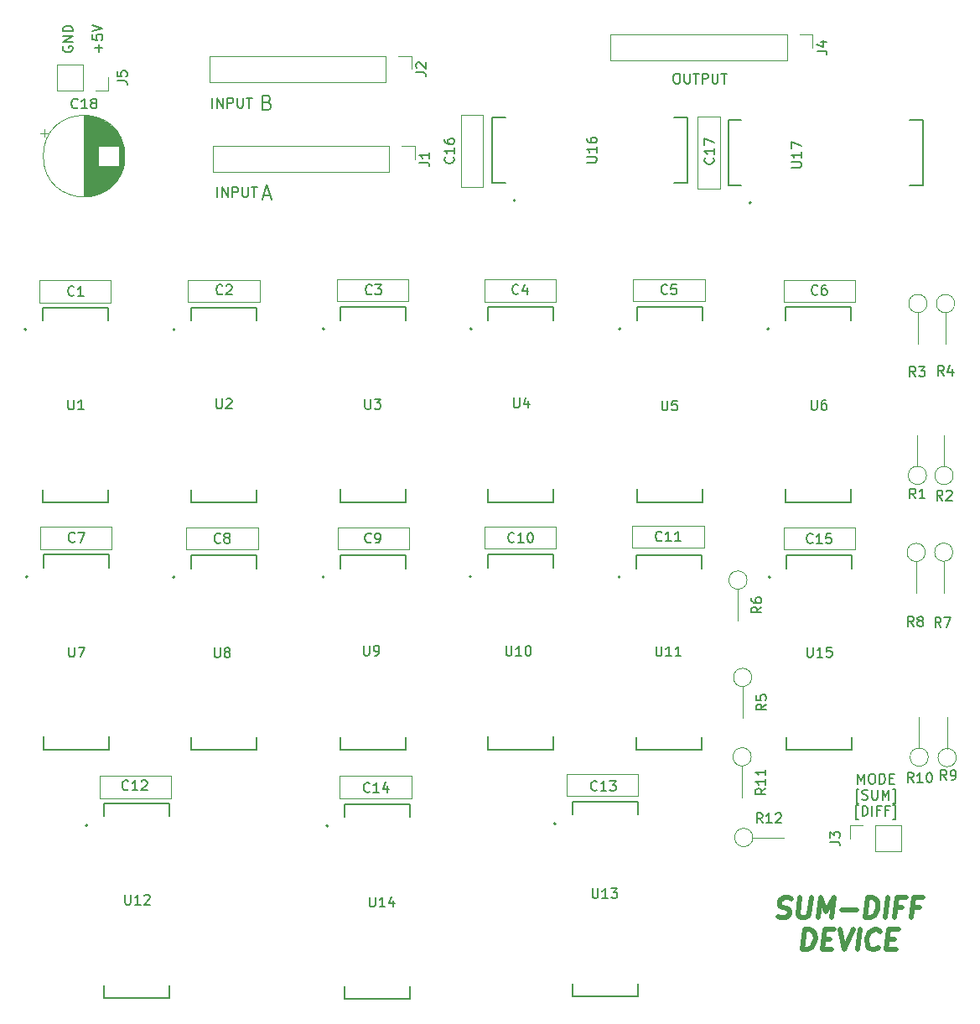
<source format=gto>
G04 #@! TF.GenerationSoftware,KiCad,Pcbnew,6.0.11*
G04 #@! TF.CreationDate,2023-02-03T23:15:02+03:00*
G04 #@! TF.ProjectId,sum-diff-device,73756d2d-6469-4666-962d-646576696365,rev?*
G04 #@! TF.SameCoordinates,Original*
G04 #@! TF.FileFunction,Legend,Top*
G04 #@! TF.FilePolarity,Positive*
%FSLAX46Y46*%
G04 Gerber Fmt 4.6, Leading zero omitted, Abs format (unit mm)*
G04 Created by KiCad (PCBNEW 6.0.11) date 2023-02-03 23:15:02*
%MOMM*%
%LPD*%
G01*
G04 APERTURE LIST*
%ADD10C,0.150000*%
%ADD11C,0.200000*%
%ADD12C,0.500000*%
%ADD13C,0.120000*%
%ADD14C,0.127000*%
%ADD15C,1.600000*%
%ADD16R,1.170000X1.170000*%
%ADD17C,1.170000*%
%ADD18C,1.400000*%
%ADD19O,1.400000X1.400000*%
%ADD20R,1.700000X1.700000*%
%ADD21O,1.700000X1.700000*%
%ADD22R,1.600000X1.600000*%
G04 APERTURE END LIST*
D10*
X211071428Y-191285714D02*
X211071428Y-190523809D01*
X211452380Y-190904761D02*
X210690476Y-190904761D01*
X210452380Y-189571428D02*
X210452380Y-190047619D01*
X210928571Y-190095238D01*
X210880952Y-190047619D01*
X210833333Y-189952380D01*
X210833333Y-189714285D01*
X210880952Y-189619047D01*
X210928571Y-189571428D01*
X211023809Y-189523809D01*
X211261904Y-189523809D01*
X211357142Y-189571428D01*
X211404761Y-189619047D01*
X211452380Y-189714285D01*
X211452380Y-189952380D01*
X211404761Y-190047619D01*
X211357142Y-190095238D01*
X210452380Y-189238095D02*
X211452380Y-188904761D01*
X210452380Y-188571428D01*
X207500000Y-190761904D02*
X207452380Y-190857142D01*
X207452380Y-191000000D01*
X207500000Y-191142857D01*
X207595238Y-191238095D01*
X207690476Y-191285714D01*
X207880952Y-191333333D01*
X208023809Y-191333333D01*
X208214285Y-191285714D01*
X208309523Y-191238095D01*
X208404761Y-191142857D01*
X208452380Y-191000000D01*
X208452380Y-190904761D01*
X208404761Y-190761904D01*
X208357142Y-190714285D01*
X208023809Y-190714285D01*
X208023809Y-190904761D01*
X208452380Y-190285714D02*
X207452380Y-190285714D01*
X208452380Y-189714285D01*
X207452380Y-189714285D01*
X208452380Y-189238095D02*
X207452380Y-189238095D01*
X207452380Y-189000000D01*
X207500000Y-188857142D01*
X207595238Y-188761904D01*
X207690476Y-188714285D01*
X207880952Y-188666666D01*
X208023809Y-188666666D01*
X208214285Y-188714285D01*
X208309523Y-188761904D01*
X208404761Y-188857142D01*
X208452380Y-189000000D01*
X208452380Y-189238095D01*
X223071428Y-205952380D02*
X223071428Y-204952380D01*
X223547619Y-205952380D02*
X223547619Y-204952380D01*
X224119047Y-205952380D01*
X224119047Y-204952380D01*
X224595238Y-205952380D02*
X224595238Y-204952380D01*
X224976190Y-204952380D01*
X225071428Y-205000000D01*
X225119047Y-205047619D01*
X225166666Y-205142857D01*
X225166666Y-205285714D01*
X225119047Y-205380952D01*
X225071428Y-205428571D01*
X224976190Y-205476190D01*
X224595238Y-205476190D01*
X225595238Y-204952380D02*
X225595238Y-205761904D01*
X225642857Y-205857142D01*
X225690476Y-205904761D01*
X225785714Y-205952380D01*
X225976190Y-205952380D01*
X226071428Y-205904761D01*
X226119047Y-205857142D01*
X226166666Y-205761904D01*
X226166666Y-204952380D01*
X226500000Y-204952380D02*
X227071428Y-204952380D01*
X226785714Y-205952380D02*
X226785714Y-204952380D01*
X287750476Y-265192380D02*
X287750476Y-264192380D01*
X288083809Y-264906666D01*
X288417142Y-264192380D01*
X288417142Y-265192380D01*
X289083809Y-264192380D02*
X289274285Y-264192380D01*
X289369523Y-264240000D01*
X289464761Y-264335238D01*
X289512380Y-264525714D01*
X289512380Y-264859047D01*
X289464761Y-265049523D01*
X289369523Y-265144761D01*
X289274285Y-265192380D01*
X289083809Y-265192380D01*
X288988571Y-265144761D01*
X288893333Y-265049523D01*
X288845714Y-264859047D01*
X288845714Y-264525714D01*
X288893333Y-264335238D01*
X288988571Y-264240000D01*
X289083809Y-264192380D01*
X289940952Y-265192380D02*
X289940952Y-264192380D01*
X290179047Y-264192380D01*
X290321904Y-264240000D01*
X290417142Y-264335238D01*
X290464761Y-264430476D01*
X290512380Y-264620952D01*
X290512380Y-264763809D01*
X290464761Y-264954285D01*
X290417142Y-265049523D01*
X290321904Y-265144761D01*
X290179047Y-265192380D01*
X289940952Y-265192380D01*
X290940952Y-264668571D02*
X291274285Y-264668571D01*
X291417142Y-265192380D02*
X290940952Y-265192380D01*
X290940952Y-264192380D01*
X291417142Y-264192380D01*
X287845714Y-267135714D02*
X287607619Y-267135714D01*
X287607619Y-265707142D01*
X287845714Y-265707142D01*
X288179047Y-266754761D02*
X288321904Y-266802380D01*
X288560000Y-266802380D01*
X288655238Y-266754761D01*
X288702857Y-266707142D01*
X288750476Y-266611904D01*
X288750476Y-266516666D01*
X288702857Y-266421428D01*
X288655238Y-266373809D01*
X288560000Y-266326190D01*
X288369523Y-266278571D01*
X288274285Y-266230952D01*
X288226666Y-266183333D01*
X288179047Y-266088095D01*
X288179047Y-265992857D01*
X288226666Y-265897619D01*
X288274285Y-265850000D01*
X288369523Y-265802380D01*
X288607619Y-265802380D01*
X288750476Y-265850000D01*
X289179047Y-265802380D02*
X289179047Y-266611904D01*
X289226666Y-266707142D01*
X289274285Y-266754761D01*
X289369523Y-266802380D01*
X289560000Y-266802380D01*
X289655238Y-266754761D01*
X289702857Y-266707142D01*
X289750476Y-266611904D01*
X289750476Y-265802380D01*
X290226666Y-266802380D02*
X290226666Y-265802380D01*
X290560000Y-266516666D01*
X290893333Y-265802380D01*
X290893333Y-266802380D01*
X291274285Y-267135714D02*
X291512380Y-267135714D01*
X291512380Y-265707142D01*
X291274285Y-265707142D01*
X287821904Y-268745714D02*
X287583809Y-268745714D01*
X287583809Y-267317142D01*
X287821904Y-267317142D01*
X288202857Y-268412380D02*
X288202857Y-267412380D01*
X288440952Y-267412380D01*
X288583809Y-267460000D01*
X288679047Y-267555238D01*
X288726666Y-267650476D01*
X288774285Y-267840952D01*
X288774285Y-267983809D01*
X288726666Y-268174285D01*
X288679047Y-268269523D01*
X288583809Y-268364761D01*
X288440952Y-268412380D01*
X288202857Y-268412380D01*
X289202857Y-268412380D02*
X289202857Y-267412380D01*
X290012380Y-267888571D02*
X289679047Y-267888571D01*
X289679047Y-268412380D02*
X289679047Y-267412380D01*
X290155238Y-267412380D01*
X290869523Y-267888571D02*
X290536190Y-267888571D01*
X290536190Y-268412380D02*
X290536190Y-267412380D01*
X291012380Y-267412380D01*
X291298095Y-268745714D02*
X291536190Y-268745714D01*
X291536190Y-267317142D01*
X291298095Y-267317142D01*
X269375238Y-193492380D02*
X269565714Y-193492380D01*
X269660952Y-193540000D01*
X269756190Y-193635238D01*
X269803809Y-193825714D01*
X269803809Y-194159047D01*
X269756190Y-194349523D01*
X269660952Y-194444761D01*
X269565714Y-194492380D01*
X269375238Y-194492380D01*
X269280000Y-194444761D01*
X269184761Y-194349523D01*
X269137142Y-194159047D01*
X269137142Y-193825714D01*
X269184761Y-193635238D01*
X269280000Y-193540000D01*
X269375238Y-193492380D01*
X270232380Y-193492380D02*
X270232380Y-194301904D01*
X270280000Y-194397142D01*
X270327619Y-194444761D01*
X270422857Y-194492380D01*
X270613333Y-194492380D01*
X270708571Y-194444761D01*
X270756190Y-194397142D01*
X270803809Y-194301904D01*
X270803809Y-193492380D01*
X271137142Y-193492380D02*
X271708571Y-193492380D01*
X271422857Y-194492380D02*
X271422857Y-193492380D01*
X272041904Y-194492380D02*
X272041904Y-193492380D01*
X272422857Y-193492380D01*
X272518095Y-193540000D01*
X272565714Y-193587619D01*
X272613333Y-193682857D01*
X272613333Y-193825714D01*
X272565714Y-193920952D01*
X272518095Y-193968571D01*
X272422857Y-194016190D01*
X272041904Y-194016190D01*
X273041904Y-193492380D02*
X273041904Y-194301904D01*
X273089523Y-194397142D01*
X273137142Y-194444761D01*
X273232380Y-194492380D01*
X273422857Y-194492380D01*
X273518095Y-194444761D01*
X273565714Y-194397142D01*
X273613333Y-194301904D01*
X273613333Y-193492380D01*
X273946666Y-193492380D02*
X274518095Y-193492380D01*
X274232380Y-194492380D02*
X274232380Y-193492380D01*
X222571428Y-196952380D02*
X222571428Y-195952380D01*
X223047619Y-196952380D02*
X223047619Y-195952380D01*
X223619047Y-196952380D01*
X223619047Y-195952380D01*
X224095238Y-196952380D02*
X224095238Y-195952380D01*
X224476190Y-195952380D01*
X224571428Y-196000000D01*
X224619047Y-196047619D01*
X224666666Y-196142857D01*
X224666666Y-196285714D01*
X224619047Y-196380952D01*
X224571428Y-196428571D01*
X224476190Y-196476190D01*
X224095238Y-196476190D01*
X225095238Y-195952380D02*
X225095238Y-196761904D01*
X225142857Y-196857142D01*
X225190476Y-196904761D01*
X225285714Y-196952380D01*
X225476190Y-196952380D01*
X225571428Y-196904761D01*
X225619047Y-196857142D01*
X225666666Y-196761904D01*
X225666666Y-195952380D01*
X226000000Y-195952380D02*
X226571428Y-195952380D01*
X226285714Y-196952380D02*
X226285714Y-195952380D01*
D11*
X228107142Y-196392857D02*
X228321428Y-196464285D01*
X228392857Y-196535714D01*
X228464285Y-196678571D01*
X228464285Y-196892857D01*
X228392857Y-197035714D01*
X228321428Y-197107142D01*
X228178571Y-197178571D01*
X227607142Y-197178571D01*
X227607142Y-195678571D01*
X228107142Y-195678571D01*
X228250000Y-195750000D01*
X228321428Y-195821428D01*
X228392857Y-195964285D01*
X228392857Y-196107142D01*
X228321428Y-196250000D01*
X228250000Y-196321428D01*
X228107142Y-196392857D01*
X227607142Y-196392857D01*
X227714285Y-205750000D02*
X228428571Y-205750000D01*
X227571428Y-206178571D02*
X228071428Y-204678571D01*
X228571428Y-206178571D01*
D12*
X279652083Y-278599523D02*
X279925892Y-278694761D01*
X280402083Y-278694761D01*
X280604464Y-278599523D01*
X280711607Y-278504285D01*
X280830654Y-278313809D01*
X280854464Y-278123333D01*
X280783035Y-277932857D01*
X280699702Y-277837619D01*
X280521130Y-277742380D01*
X280152083Y-277647142D01*
X279973511Y-277551904D01*
X279890178Y-277456666D01*
X279818750Y-277266190D01*
X279842559Y-277075714D01*
X279961607Y-276885238D01*
X280068750Y-276790000D01*
X280271130Y-276694761D01*
X280747321Y-276694761D01*
X281021130Y-276790000D01*
X281890178Y-276694761D02*
X281687797Y-278313809D01*
X281759226Y-278504285D01*
X281842559Y-278599523D01*
X282021130Y-278694761D01*
X282402083Y-278694761D01*
X282604464Y-278599523D01*
X282711607Y-278504285D01*
X282830654Y-278313809D01*
X283033035Y-276694761D01*
X283735416Y-278694761D02*
X283985416Y-276694761D01*
X284473511Y-278123333D01*
X285318750Y-276694761D01*
X285068750Y-278694761D01*
X286116369Y-277932857D02*
X287640178Y-277932857D01*
X288497321Y-278694761D02*
X288747321Y-276694761D01*
X289223511Y-276694761D01*
X289497321Y-276790000D01*
X289663988Y-276980476D01*
X289735416Y-277170952D01*
X289783035Y-277551904D01*
X289747321Y-277837619D01*
X289604464Y-278218571D01*
X289485416Y-278409047D01*
X289271130Y-278599523D01*
X288973511Y-278694761D01*
X288497321Y-278694761D01*
X290497321Y-278694761D02*
X290747321Y-276694761D01*
X292247321Y-277647142D02*
X291580654Y-277647142D01*
X291449702Y-278694761D02*
X291699702Y-276694761D01*
X292652083Y-276694761D01*
X293961607Y-277647142D02*
X293294940Y-277647142D01*
X293163988Y-278694761D02*
X293413988Y-276694761D01*
X294366369Y-276694761D01*
X282163988Y-281914761D02*
X282413988Y-279914761D01*
X282890178Y-279914761D01*
X283163988Y-280010000D01*
X283330654Y-280200476D01*
X283402083Y-280390952D01*
X283449702Y-280771904D01*
X283413988Y-281057619D01*
X283271130Y-281438571D01*
X283152083Y-281629047D01*
X282937797Y-281819523D01*
X282640178Y-281914761D01*
X282163988Y-281914761D01*
X284294940Y-280867142D02*
X284961607Y-280867142D01*
X285116369Y-281914761D02*
X284163988Y-281914761D01*
X284413988Y-279914761D01*
X285366369Y-279914761D01*
X285937797Y-279914761D02*
X286354464Y-281914761D01*
X287271130Y-279914761D01*
X287687797Y-281914761D02*
X287937797Y-279914761D01*
X289806845Y-281724285D02*
X289699702Y-281819523D01*
X289402083Y-281914761D01*
X289211607Y-281914761D01*
X288937797Y-281819523D01*
X288771130Y-281629047D01*
X288699702Y-281438571D01*
X288652083Y-281057619D01*
X288687797Y-280771904D01*
X288830654Y-280390952D01*
X288949702Y-280200476D01*
X289163988Y-280010000D01*
X289461607Y-279914761D01*
X289652083Y-279914761D01*
X289925892Y-280010000D01*
X290009226Y-280105238D01*
X290771130Y-280867142D02*
X291437797Y-280867142D01*
X291592559Y-281914761D02*
X290640178Y-281914761D01*
X290890178Y-279914761D01*
X291842559Y-279914761D01*
D10*
X253037142Y-240737142D02*
X252989523Y-240784761D01*
X252846666Y-240832380D01*
X252751428Y-240832380D01*
X252608571Y-240784761D01*
X252513333Y-240689523D01*
X252465714Y-240594285D01*
X252418095Y-240403809D01*
X252418095Y-240260952D01*
X252465714Y-240070476D01*
X252513333Y-239975238D01*
X252608571Y-239880000D01*
X252751428Y-239832380D01*
X252846666Y-239832380D01*
X252989523Y-239880000D01*
X253037142Y-239927619D01*
X253989523Y-240832380D02*
X253418095Y-240832380D01*
X253703809Y-240832380D02*
X253703809Y-239832380D01*
X253608571Y-239975238D01*
X253513333Y-240070476D01*
X253418095Y-240118095D01*
X254608571Y-239832380D02*
X254703809Y-239832380D01*
X254799047Y-239880000D01*
X254846666Y-239927619D01*
X254894285Y-240022857D01*
X254941904Y-240213333D01*
X254941904Y-240451428D01*
X254894285Y-240641904D01*
X254846666Y-240737142D01*
X254799047Y-240784761D01*
X254703809Y-240832380D01*
X254608571Y-240832380D01*
X254513333Y-240784761D01*
X254465714Y-240737142D01*
X254418095Y-240641904D01*
X254370476Y-240451428D01*
X254370476Y-240213333D01*
X254418095Y-240022857D01*
X254465714Y-239927619D01*
X254513333Y-239880000D01*
X254608571Y-239832380D01*
X207998095Y-226412380D02*
X207998095Y-227221904D01*
X208045714Y-227317142D01*
X208093333Y-227364761D01*
X208188571Y-227412380D01*
X208379047Y-227412380D01*
X208474285Y-227364761D01*
X208521904Y-227317142D01*
X208569523Y-227221904D01*
X208569523Y-226412380D01*
X209569523Y-227412380D02*
X208998095Y-227412380D01*
X209283809Y-227412380D02*
X209283809Y-226412380D01*
X209188571Y-226555238D01*
X209093333Y-226650476D01*
X208998095Y-226698095D01*
X261397142Y-265797142D02*
X261349523Y-265844761D01*
X261206666Y-265892380D01*
X261111428Y-265892380D01*
X260968571Y-265844761D01*
X260873333Y-265749523D01*
X260825714Y-265654285D01*
X260778095Y-265463809D01*
X260778095Y-265320952D01*
X260825714Y-265130476D01*
X260873333Y-265035238D01*
X260968571Y-264940000D01*
X261111428Y-264892380D01*
X261206666Y-264892380D01*
X261349523Y-264940000D01*
X261397142Y-264987619D01*
X262349523Y-265892380D02*
X261778095Y-265892380D01*
X262063809Y-265892380D02*
X262063809Y-264892380D01*
X261968571Y-265035238D01*
X261873333Y-265130476D01*
X261778095Y-265178095D01*
X262682857Y-264892380D02*
X263301904Y-264892380D01*
X262968571Y-265273333D01*
X263111428Y-265273333D01*
X263206666Y-265320952D01*
X263254285Y-265368571D01*
X263301904Y-265463809D01*
X263301904Y-265701904D01*
X263254285Y-265797142D01*
X263206666Y-265844761D01*
X263111428Y-265892380D01*
X262825714Y-265892380D01*
X262730476Y-265844761D01*
X262682857Y-265797142D01*
X296143333Y-249392380D02*
X295810000Y-248916190D01*
X295571904Y-249392380D02*
X295571904Y-248392380D01*
X295952857Y-248392380D01*
X296048095Y-248440000D01*
X296095714Y-248487619D01*
X296143333Y-248582857D01*
X296143333Y-248725714D01*
X296095714Y-248820952D01*
X296048095Y-248868571D01*
X295952857Y-248916190D01*
X295571904Y-248916190D01*
X296476666Y-248392380D02*
X297143333Y-248392380D01*
X296714761Y-249392380D01*
X293357142Y-265062380D02*
X293023809Y-264586190D01*
X292785714Y-265062380D02*
X292785714Y-264062380D01*
X293166666Y-264062380D01*
X293261904Y-264110000D01*
X293309523Y-264157619D01*
X293357142Y-264252857D01*
X293357142Y-264395714D01*
X293309523Y-264490952D01*
X293261904Y-264538571D01*
X293166666Y-264586190D01*
X292785714Y-264586190D01*
X294309523Y-265062380D02*
X293738095Y-265062380D01*
X294023809Y-265062380D02*
X294023809Y-264062380D01*
X293928571Y-264205238D01*
X293833333Y-264300476D01*
X293738095Y-264348095D01*
X294928571Y-264062380D02*
X295023809Y-264062380D01*
X295119047Y-264110000D01*
X295166666Y-264157619D01*
X295214285Y-264252857D01*
X295261904Y-264443333D01*
X295261904Y-264681428D01*
X295214285Y-264871904D01*
X295166666Y-264967142D01*
X295119047Y-265014761D01*
X295023809Y-265062380D01*
X294928571Y-265062380D01*
X294833333Y-265014761D01*
X294785714Y-264967142D01*
X294738095Y-264871904D01*
X294690476Y-264681428D01*
X294690476Y-264443333D01*
X294738095Y-264252857D01*
X294785714Y-264157619D01*
X294833333Y-264110000D01*
X294928571Y-264062380D01*
X281032380Y-202978095D02*
X281841904Y-202978095D01*
X281937142Y-202930476D01*
X281984761Y-202882857D01*
X282032380Y-202787619D01*
X282032380Y-202597142D01*
X281984761Y-202501904D01*
X281937142Y-202454285D01*
X281841904Y-202406666D01*
X281032380Y-202406666D01*
X282032380Y-201406666D02*
X282032380Y-201978095D01*
X282032380Y-201692380D02*
X281032380Y-201692380D01*
X281175238Y-201787619D01*
X281270476Y-201882857D01*
X281318095Y-201978095D01*
X281032380Y-201073333D02*
X281032380Y-200406666D01*
X282032380Y-200835238D01*
X278432380Y-265652857D02*
X277956190Y-265986190D01*
X278432380Y-266224285D02*
X277432380Y-266224285D01*
X277432380Y-265843333D01*
X277480000Y-265748095D01*
X277527619Y-265700476D01*
X277622857Y-265652857D01*
X277765714Y-265652857D01*
X277860952Y-265700476D01*
X277908571Y-265748095D01*
X277956190Y-265843333D01*
X277956190Y-266224285D01*
X278432380Y-264700476D02*
X278432380Y-265271904D01*
X278432380Y-264986190D02*
X277432380Y-264986190D01*
X277575238Y-265081428D01*
X277670476Y-265176666D01*
X277718095Y-265271904D01*
X278432380Y-263748095D02*
X278432380Y-264319523D01*
X278432380Y-264033809D02*
X277432380Y-264033809D01*
X277575238Y-264129047D01*
X277670476Y-264224285D01*
X277718095Y-264319523D01*
X213731904Y-276392380D02*
X213731904Y-277201904D01*
X213779523Y-277297142D01*
X213827142Y-277344761D01*
X213922380Y-277392380D01*
X214112857Y-277392380D01*
X214208095Y-277344761D01*
X214255714Y-277297142D01*
X214303333Y-277201904D01*
X214303333Y-276392380D01*
X215303333Y-277392380D02*
X214731904Y-277392380D01*
X215017619Y-277392380D02*
X215017619Y-276392380D01*
X214922380Y-276535238D01*
X214827142Y-276630476D01*
X214731904Y-276678095D01*
X215684285Y-276487619D02*
X215731904Y-276440000D01*
X215827142Y-276392380D01*
X216065238Y-276392380D01*
X216160476Y-276440000D01*
X216208095Y-276487619D01*
X216255714Y-276582857D01*
X216255714Y-276678095D01*
X216208095Y-276820952D01*
X215636666Y-277392380D01*
X216255714Y-277392380D01*
X252998095Y-226232380D02*
X252998095Y-227041904D01*
X253045714Y-227137142D01*
X253093333Y-227184761D01*
X253188571Y-227232380D01*
X253379047Y-227232380D01*
X253474285Y-227184761D01*
X253521904Y-227137142D01*
X253569523Y-227041904D01*
X253569523Y-226232380D01*
X254474285Y-226565714D02*
X254474285Y-227232380D01*
X254236190Y-226184761D02*
X253998095Y-226899047D01*
X254617142Y-226899047D01*
X296713333Y-264792380D02*
X296380000Y-264316190D01*
X296141904Y-264792380D02*
X296141904Y-263792380D01*
X296522857Y-263792380D01*
X296618095Y-263840000D01*
X296665714Y-263887619D01*
X296713333Y-263982857D01*
X296713333Y-264125714D01*
X296665714Y-264220952D01*
X296618095Y-264268571D01*
X296522857Y-264316190D01*
X296141904Y-264316190D01*
X297189523Y-264792380D02*
X297380000Y-264792380D01*
X297475238Y-264744761D01*
X297522857Y-264697142D01*
X297618095Y-264554285D01*
X297665714Y-264363809D01*
X297665714Y-263982857D01*
X297618095Y-263887619D01*
X297570476Y-263840000D01*
X297475238Y-263792380D01*
X297284761Y-263792380D01*
X297189523Y-263840000D01*
X297141904Y-263887619D01*
X297094285Y-263982857D01*
X297094285Y-264220952D01*
X297141904Y-264316190D01*
X297189523Y-264363809D01*
X297284761Y-264411428D01*
X297475238Y-264411428D01*
X297570476Y-264363809D01*
X297618095Y-264316190D01*
X297665714Y-264220952D01*
X282624404Y-251402380D02*
X282624404Y-252211904D01*
X282672023Y-252307142D01*
X282719642Y-252354761D01*
X282814880Y-252402380D01*
X283005357Y-252402380D01*
X283100595Y-252354761D01*
X283148214Y-252307142D01*
X283195833Y-252211904D01*
X283195833Y-251402380D01*
X284195833Y-252402380D02*
X283624404Y-252402380D01*
X283910119Y-252402380D02*
X283910119Y-251402380D01*
X283814880Y-251545238D01*
X283719642Y-251640476D01*
X283624404Y-251688095D01*
X285100595Y-251402380D02*
X284624404Y-251402380D01*
X284576785Y-251878571D01*
X284624404Y-251830952D01*
X284719642Y-251783333D01*
X284957738Y-251783333D01*
X285052976Y-251830952D01*
X285100595Y-251878571D01*
X285148214Y-251973809D01*
X285148214Y-252211904D01*
X285100595Y-252307142D01*
X285052976Y-252354761D01*
X284957738Y-252402380D01*
X284719642Y-252402380D01*
X284624404Y-252354761D01*
X284576785Y-252307142D01*
X238593333Y-240787142D02*
X238545714Y-240834761D01*
X238402857Y-240882380D01*
X238307619Y-240882380D01*
X238164761Y-240834761D01*
X238069523Y-240739523D01*
X238021904Y-240644285D01*
X237974285Y-240453809D01*
X237974285Y-240310952D01*
X238021904Y-240120476D01*
X238069523Y-240025238D01*
X238164761Y-239930000D01*
X238307619Y-239882380D01*
X238402857Y-239882380D01*
X238545714Y-239930000D01*
X238593333Y-239977619D01*
X239069523Y-240882380D02*
X239260000Y-240882380D01*
X239355238Y-240834761D01*
X239402857Y-240787142D01*
X239498095Y-240644285D01*
X239545714Y-240453809D01*
X239545714Y-240072857D01*
X239498095Y-239977619D01*
X239450476Y-239930000D01*
X239355238Y-239882380D01*
X239164761Y-239882380D01*
X239069523Y-239930000D01*
X239021904Y-239977619D01*
X238974285Y-240072857D01*
X238974285Y-240310952D01*
X239021904Y-240406190D01*
X239069523Y-240453809D01*
X239164761Y-240501428D01*
X239355238Y-240501428D01*
X239450476Y-240453809D01*
X239498095Y-240406190D01*
X239545714Y-240310952D01*
X208653333Y-240707142D02*
X208605714Y-240754761D01*
X208462857Y-240802380D01*
X208367619Y-240802380D01*
X208224761Y-240754761D01*
X208129523Y-240659523D01*
X208081904Y-240564285D01*
X208034285Y-240373809D01*
X208034285Y-240230952D01*
X208081904Y-240040476D01*
X208129523Y-239945238D01*
X208224761Y-239850000D01*
X208367619Y-239802380D01*
X208462857Y-239802380D01*
X208605714Y-239850000D01*
X208653333Y-239897619D01*
X208986666Y-239802380D02*
X209653333Y-239802380D01*
X209224761Y-240802380D01*
X237848095Y-251232380D02*
X237848095Y-252041904D01*
X237895714Y-252137142D01*
X237943333Y-252184761D01*
X238038571Y-252232380D01*
X238229047Y-252232380D01*
X238324285Y-252184761D01*
X238371904Y-252137142D01*
X238419523Y-252041904D01*
X238419523Y-251232380D01*
X238943333Y-252232380D02*
X239133809Y-252232380D01*
X239229047Y-252184761D01*
X239276666Y-252137142D01*
X239371904Y-251994285D01*
X239419523Y-251803809D01*
X239419523Y-251422857D01*
X239371904Y-251327619D01*
X239324285Y-251280000D01*
X239229047Y-251232380D01*
X239038571Y-251232380D01*
X238943333Y-251280000D01*
X238895714Y-251327619D01*
X238848095Y-251422857D01*
X238848095Y-251660952D01*
X238895714Y-251756190D01*
X238943333Y-251803809D01*
X239038571Y-251851428D01*
X239229047Y-251851428D01*
X239324285Y-251803809D01*
X239371904Y-251756190D01*
X239419523Y-251660952D01*
X293393333Y-249292380D02*
X293060000Y-248816190D01*
X292821904Y-249292380D02*
X292821904Y-248292380D01*
X293202857Y-248292380D01*
X293298095Y-248340000D01*
X293345714Y-248387619D01*
X293393333Y-248482857D01*
X293393333Y-248625714D01*
X293345714Y-248720952D01*
X293298095Y-248768571D01*
X293202857Y-248816190D01*
X292821904Y-248816190D01*
X293964761Y-248720952D02*
X293869523Y-248673333D01*
X293821904Y-248625714D01*
X293774285Y-248530476D01*
X293774285Y-248482857D01*
X293821904Y-248387619D01*
X293869523Y-248340000D01*
X293964761Y-248292380D01*
X294155238Y-248292380D01*
X294250476Y-248340000D01*
X294298095Y-248387619D01*
X294345714Y-248482857D01*
X294345714Y-248530476D01*
X294298095Y-248625714D01*
X294250476Y-248673333D01*
X294155238Y-248720952D01*
X293964761Y-248720952D01*
X293869523Y-248768571D01*
X293821904Y-248816190D01*
X293774285Y-248911428D01*
X293774285Y-249101904D01*
X293821904Y-249197142D01*
X293869523Y-249244761D01*
X293964761Y-249292380D01*
X294155238Y-249292380D01*
X294250476Y-249244761D01*
X294298095Y-249197142D01*
X294345714Y-249101904D01*
X294345714Y-248911428D01*
X294298095Y-248816190D01*
X294250476Y-248768571D01*
X294155238Y-248720952D01*
X253473333Y-215687142D02*
X253425714Y-215734761D01*
X253282857Y-215782380D01*
X253187619Y-215782380D01*
X253044761Y-215734761D01*
X252949523Y-215639523D01*
X252901904Y-215544285D01*
X252854285Y-215353809D01*
X252854285Y-215210952D01*
X252901904Y-215020476D01*
X252949523Y-214925238D01*
X253044761Y-214830000D01*
X253187619Y-214782380D01*
X253282857Y-214782380D01*
X253425714Y-214830000D01*
X253473333Y-214877619D01*
X254330476Y-215115714D02*
X254330476Y-215782380D01*
X254092380Y-214734761D02*
X253854285Y-215449047D01*
X254473333Y-215449047D01*
X278012380Y-247326666D02*
X277536190Y-247660000D01*
X278012380Y-247898095D02*
X277012380Y-247898095D01*
X277012380Y-247517142D01*
X277060000Y-247421904D01*
X277107619Y-247374285D01*
X277202857Y-247326666D01*
X277345714Y-247326666D01*
X277440952Y-247374285D01*
X277488571Y-247421904D01*
X277536190Y-247517142D01*
X277536190Y-247898095D01*
X277012380Y-246469523D02*
X277012380Y-246660000D01*
X277060000Y-246755238D01*
X277107619Y-246802857D01*
X277250476Y-246898095D01*
X277440952Y-246945714D01*
X277821904Y-246945714D01*
X277917142Y-246898095D01*
X277964761Y-246850476D01*
X278012380Y-246755238D01*
X278012380Y-246564761D01*
X277964761Y-246469523D01*
X277917142Y-246421904D01*
X277821904Y-246374285D01*
X277583809Y-246374285D01*
X277488571Y-246421904D01*
X277440952Y-246469523D01*
X277393333Y-246564761D01*
X277393333Y-246755238D01*
X277440952Y-246850476D01*
X277488571Y-246898095D01*
X277583809Y-246945714D01*
X296443333Y-223972380D02*
X296110000Y-223496190D01*
X295871904Y-223972380D02*
X295871904Y-222972380D01*
X296252857Y-222972380D01*
X296348095Y-223020000D01*
X296395714Y-223067619D01*
X296443333Y-223162857D01*
X296443333Y-223305714D01*
X296395714Y-223400952D01*
X296348095Y-223448571D01*
X296252857Y-223496190D01*
X295871904Y-223496190D01*
X297300476Y-223305714D02*
X297300476Y-223972380D01*
X297062380Y-222924761D02*
X296824285Y-223639047D01*
X297443333Y-223639047D01*
X208583333Y-215857142D02*
X208535714Y-215904761D01*
X208392857Y-215952380D01*
X208297619Y-215952380D01*
X208154761Y-215904761D01*
X208059523Y-215809523D01*
X208011904Y-215714285D01*
X207964285Y-215523809D01*
X207964285Y-215380952D01*
X208011904Y-215190476D01*
X208059523Y-215095238D01*
X208154761Y-215000000D01*
X208297619Y-214952380D01*
X208392857Y-214952380D01*
X208535714Y-215000000D01*
X208583333Y-215047619D01*
X209535714Y-215952380D02*
X208964285Y-215952380D01*
X209250000Y-215952380D02*
X209250000Y-214952380D01*
X209154761Y-215095238D01*
X209059523Y-215190476D01*
X208964285Y-215238095D01*
X243127380Y-193363333D02*
X243841666Y-193363333D01*
X243984523Y-193410952D01*
X244079761Y-193506190D01*
X244127380Y-193649047D01*
X244127380Y-193744285D01*
X243222619Y-192934761D02*
X243175000Y-192887142D01*
X243127380Y-192791904D01*
X243127380Y-192553809D01*
X243175000Y-192458571D01*
X243222619Y-192410952D01*
X243317857Y-192363333D01*
X243413095Y-192363333D01*
X243555952Y-192410952D01*
X244127380Y-192982380D01*
X244127380Y-192363333D01*
X283683333Y-215747142D02*
X283635714Y-215794761D01*
X283492857Y-215842380D01*
X283397619Y-215842380D01*
X283254761Y-215794761D01*
X283159523Y-215699523D01*
X283111904Y-215604285D01*
X283064285Y-215413809D01*
X283064285Y-215270952D01*
X283111904Y-215080476D01*
X283159523Y-214985238D01*
X283254761Y-214890000D01*
X283397619Y-214842380D01*
X283492857Y-214842380D01*
X283635714Y-214890000D01*
X283683333Y-214937619D01*
X284540476Y-214842380D02*
X284350000Y-214842380D01*
X284254761Y-214890000D01*
X284207142Y-214937619D01*
X284111904Y-215080476D01*
X284064285Y-215270952D01*
X284064285Y-215651904D01*
X284111904Y-215747142D01*
X284159523Y-215794761D01*
X284254761Y-215842380D01*
X284445238Y-215842380D01*
X284540476Y-215794761D01*
X284588095Y-215747142D01*
X284635714Y-215651904D01*
X284635714Y-215413809D01*
X284588095Y-215318571D01*
X284540476Y-215270952D01*
X284445238Y-215223333D01*
X284254761Y-215223333D01*
X284159523Y-215270952D01*
X284111904Y-215318571D01*
X284064285Y-215413809D01*
X296303333Y-236572380D02*
X295970000Y-236096190D01*
X295731904Y-236572380D02*
X295731904Y-235572380D01*
X296112857Y-235572380D01*
X296208095Y-235620000D01*
X296255714Y-235667619D01*
X296303333Y-235762857D01*
X296303333Y-235905714D01*
X296255714Y-236000952D01*
X296208095Y-236048571D01*
X296112857Y-236096190D01*
X295731904Y-236096190D01*
X296684285Y-235667619D02*
X296731904Y-235620000D01*
X296827142Y-235572380D01*
X297065238Y-235572380D01*
X297160476Y-235620000D01*
X297208095Y-235667619D01*
X297255714Y-235762857D01*
X297255714Y-235858095D01*
X297208095Y-236000952D01*
X296636666Y-236572380D01*
X297255714Y-236572380D01*
X283058095Y-226442380D02*
X283058095Y-227251904D01*
X283105714Y-227347142D01*
X283153333Y-227394761D01*
X283248571Y-227442380D01*
X283439047Y-227442380D01*
X283534285Y-227394761D01*
X283581904Y-227347142D01*
X283629523Y-227251904D01*
X283629523Y-226442380D01*
X284534285Y-226442380D02*
X284343809Y-226442380D01*
X284248571Y-226490000D01*
X284200952Y-226537619D01*
X284105714Y-226680476D01*
X284058095Y-226870952D01*
X284058095Y-227251904D01*
X284105714Y-227347142D01*
X284153333Y-227394761D01*
X284248571Y-227442380D01*
X284439047Y-227442380D01*
X284534285Y-227394761D01*
X284581904Y-227347142D01*
X284629523Y-227251904D01*
X284629523Y-227013809D01*
X284581904Y-226918571D01*
X284534285Y-226870952D01*
X284439047Y-226823333D01*
X284248571Y-226823333D01*
X284153333Y-226870952D01*
X284105714Y-226918571D01*
X284058095Y-227013809D01*
X293573333Y-224072380D02*
X293240000Y-223596190D01*
X293001904Y-224072380D02*
X293001904Y-223072380D01*
X293382857Y-223072380D01*
X293478095Y-223120000D01*
X293525714Y-223167619D01*
X293573333Y-223262857D01*
X293573333Y-223405714D01*
X293525714Y-223500952D01*
X293478095Y-223548571D01*
X293382857Y-223596190D01*
X293001904Y-223596190D01*
X293906666Y-223072380D02*
X294525714Y-223072380D01*
X294192380Y-223453333D01*
X294335238Y-223453333D01*
X294430476Y-223500952D01*
X294478095Y-223548571D01*
X294525714Y-223643809D01*
X294525714Y-223881904D01*
X294478095Y-223977142D01*
X294430476Y-224024761D01*
X294335238Y-224072380D01*
X294049523Y-224072380D01*
X293954285Y-224024761D01*
X293906666Y-223977142D01*
X214067142Y-265747142D02*
X214019523Y-265794761D01*
X213876666Y-265842380D01*
X213781428Y-265842380D01*
X213638571Y-265794761D01*
X213543333Y-265699523D01*
X213495714Y-265604285D01*
X213448095Y-265413809D01*
X213448095Y-265270952D01*
X213495714Y-265080476D01*
X213543333Y-264985238D01*
X213638571Y-264890000D01*
X213781428Y-264842380D01*
X213876666Y-264842380D01*
X214019523Y-264890000D01*
X214067142Y-264937619D01*
X215019523Y-265842380D02*
X214448095Y-265842380D01*
X214733809Y-265842380D02*
X214733809Y-264842380D01*
X214638571Y-264985238D01*
X214543333Y-265080476D01*
X214448095Y-265128095D01*
X215400476Y-264937619D02*
X215448095Y-264890000D01*
X215543333Y-264842380D01*
X215781428Y-264842380D01*
X215876666Y-264890000D01*
X215924285Y-264937619D01*
X215971904Y-265032857D01*
X215971904Y-265128095D01*
X215924285Y-265270952D01*
X215352857Y-265842380D01*
X215971904Y-265842380D01*
X283627380Y-191193333D02*
X284341666Y-191193333D01*
X284484523Y-191240952D01*
X284579761Y-191336190D01*
X284627380Y-191479047D01*
X284627380Y-191574285D01*
X283960714Y-190288571D02*
X284627380Y-190288571D01*
X283579761Y-190526666D02*
X284294047Y-190764761D01*
X284294047Y-190145714D01*
X273147142Y-202002857D02*
X273194761Y-202050476D01*
X273242380Y-202193333D01*
X273242380Y-202288571D01*
X273194761Y-202431428D01*
X273099523Y-202526666D01*
X273004285Y-202574285D01*
X272813809Y-202621904D01*
X272670952Y-202621904D01*
X272480476Y-202574285D01*
X272385238Y-202526666D01*
X272290000Y-202431428D01*
X272242380Y-202288571D01*
X272242380Y-202193333D01*
X272290000Y-202050476D01*
X272337619Y-202002857D01*
X273242380Y-201050476D02*
X273242380Y-201621904D01*
X273242380Y-201336190D02*
X272242380Y-201336190D01*
X272385238Y-201431428D01*
X272480476Y-201526666D01*
X272528095Y-201621904D01*
X272242380Y-200717142D02*
X272242380Y-200050476D01*
X273242380Y-200479047D01*
X260382380Y-202448095D02*
X261191904Y-202448095D01*
X261287142Y-202400476D01*
X261334761Y-202352857D01*
X261382380Y-202257619D01*
X261382380Y-202067142D01*
X261334761Y-201971904D01*
X261287142Y-201924285D01*
X261191904Y-201876666D01*
X260382380Y-201876666D01*
X261382380Y-200876666D02*
X261382380Y-201448095D01*
X261382380Y-201162380D02*
X260382380Y-201162380D01*
X260525238Y-201257619D01*
X260620476Y-201352857D01*
X260668095Y-201448095D01*
X260382380Y-200019523D02*
X260382380Y-200210000D01*
X260430000Y-200305238D01*
X260477619Y-200352857D01*
X260620476Y-200448095D01*
X260810952Y-200495714D01*
X261191904Y-200495714D01*
X261287142Y-200448095D01*
X261334761Y-200400476D01*
X261382380Y-200305238D01*
X261382380Y-200114761D01*
X261334761Y-200019523D01*
X261287142Y-199971904D01*
X261191904Y-199924285D01*
X260953809Y-199924285D01*
X260858571Y-199971904D01*
X260810952Y-200019523D01*
X260763333Y-200114761D01*
X260763333Y-200305238D01*
X260810952Y-200400476D01*
X260858571Y-200448095D01*
X260953809Y-200495714D01*
X223583333Y-215707142D02*
X223535714Y-215754761D01*
X223392857Y-215802380D01*
X223297619Y-215802380D01*
X223154761Y-215754761D01*
X223059523Y-215659523D01*
X223011904Y-215564285D01*
X222964285Y-215373809D01*
X222964285Y-215230952D01*
X223011904Y-215040476D01*
X223059523Y-214945238D01*
X223154761Y-214850000D01*
X223297619Y-214802380D01*
X223392857Y-214802380D01*
X223535714Y-214850000D01*
X223583333Y-214897619D01*
X223964285Y-214897619D02*
X224011904Y-214850000D01*
X224107142Y-214802380D01*
X224345238Y-214802380D01*
X224440476Y-214850000D01*
X224488095Y-214897619D01*
X224535714Y-214992857D01*
X224535714Y-215088095D01*
X224488095Y-215230952D01*
X223916666Y-215802380D01*
X224535714Y-215802380D01*
X238663333Y-215707142D02*
X238615714Y-215754761D01*
X238472857Y-215802380D01*
X238377619Y-215802380D01*
X238234761Y-215754761D01*
X238139523Y-215659523D01*
X238091904Y-215564285D01*
X238044285Y-215373809D01*
X238044285Y-215230952D01*
X238091904Y-215040476D01*
X238139523Y-214945238D01*
X238234761Y-214850000D01*
X238377619Y-214802380D01*
X238472857Y-214802380D01*
X238615714Y-214850000D01*
X238663333Y-214897619D01*
X238996666Y-214802380D02*
X239615714Y-214802380D01*
X239282380Y-215183333D01*
X239425238Y-215183333D01*
X239520476Y-215230952D01*
X239568095Y-215278571D01*
X239615714Y-215373809D01*
X239615714Y-215611904D01*
X239568095Y-215707142D01*
X239520476Y-215754761D01*
X239425238Y-215802380D01*
X239139523Y-215802380D01*
X239044285Y-215754761D01*
X238996666Y-215707142D01*
X238429404Y-276622380D02*
X238429404Y-277431904D01*
X238477023Y-277527142D01*
X238524642Y-277574761D01*
X238619880Y-277622380D01*
X238810357Y-277622380D01*
X238905595Y-277574761D01*
X238953214Y-277527142D01*
X239000833Y-277431904D01*
X239000833Y-276622380D01*
X240000833Y-277622380D02*
X239429404Y-277622380D01*
X239715119Y-277622380D02*
X239715119Y-276622380D01*
X239619880Y-276765238D01*
X239524642Y-276860476D01*
X239429404Y-276908095D01*
X240857976Y-276955714D02*
X240857976Y-277622380D01*
X240619880Y-276574761D02*
X240381785Y-277289047D01*
X241000833Y-277289047D01*
X212942380Y-194213333D02*
X213656666Y-194213333D01*
X213799523Y-194260952D01*
X213894761Y-194356190D01*
X213942380Y-194499047D01*
X213942380Y-194594285D01*
X212942380Y-193260952D02*
X212942380Y-193737142D01*
X213418571Y-193784761D01*
X213370952Y-193737142D01*
X213323333Y-193641904D01*
X213323333Y-193403809D01*
X213370952Y-193308571D01*
X213418571Y-193260952D01*
X213513809Y-193213333D01*
X213751904Y-193213333D01*
X213847142Y-193260952D01*
X213894761Y-193308571D01*
X213942380Y-193403809D01*
X213942380Y-193641904D01*
X213894761Y-193737142D01*
X213847142Y-193784761D01*
X293573333Y-236392380D02*
X293240000Y-235916190D01*
X293001904Y-236392380D02*
X293001904Y-235392380D01*
X293382857Y-235392380D01*
X293478095Y-235440000D01*
X293525714Y-235487619D01*
X293573333Y-235582857D01*
X293573333Y-235725714D01*
X293525714Y-235820952D01*
X293478095Y-235868571D01*
X293382857Y-235916190D01*
X293001904Y-235916190D01*
X294525714Y-236392380D02*
X293954285Y-236392380D01*
X294240000Y-236392380D02*
X294240000Y-235392380D01*
X294144761Y-235535238D01*
X294049523Y-235630476D01*
X293954285Y-235678095D01*
X260931904Y-275742380D02*
X260931904Y-276551904D01*
X260979523Y-276647142D01*
X261027142Y-276694761D01*
X261122380Y-276742380D01*
X261312857Y-276742380D01*
X261408095Y-276694761D01*
X261455714Y-276647142D01*
X261503333Y-276551904D01*
X261503333Y-275742380D01*
X262503333Y-276742380D02*
X261931904Y-276742380D01*
X262217619Y-276742380D02*
X262217619Y-275742380D01*
X262122380Y-275885238D01*
X262027142Y-275980476D01*
X261931904Y-276028095D01*
X262836666Y-275742380D02*
X263455714Y-275742380D01*
X263122380Y-276123333D01*
X263265238Y-276123333D01*
X263360476Y-276170952D01*
X263408095Y-276218571D01*
X263455714Y-276313809D01*
X263455714Y-276551904D01*
X263408095Y-276647142D01*
X263360476Y-276694761D01*
X263265238Y-276742380D01*
X262979523Y-276742380D01*
X262884285Y-276694761D01*
X262836666Y-276647142D01*
X278117142Y-269142380D02*
X277783809Y-268666190D01*
X277545714Y-269142380D02*
X277545714Y-268142380D01*
X277926666Y-268142380D01*
X278021904Y-268190000D01*
X278069523Y-268237619D01*
X278117142Y-268332857D01*
X278117142Y-268475714D01*
X278069523Y-268570952D01*
X278021904Y-268618571D01*
X277926666Y-268666190D01*
X277545714Y-268666190D01*
X279069523Y-269142380D02*
X278498095Y-269142380D01*
X278783809Y-269142380D02*
X278783809Y-268142380D01*
X278688571Y-268285238D01*
X278593333Y-268380476D01*
X278498095Y-268428095D01*
X279450476Y-268237619D02*
X279498095Y-268190000D01*
X279593333Y-268142380D01*
X279831428Y-268142380D01*
X279926666Y-268190000D01*
X279974285Y-268237619D01*
X280021904Y-268332857D01*
X280021904Y-268428095D01*
X279974285Y-268570952D01*
X279402857Y-269142380D01*
X280021904Y-269142380D01*
X268493333Y-215687142D02*
X268445714Y-215734761D01*
X268302857Y-215782380D01*
X268207619Y-215782380D01*
X268064761Y-215734761D01*
X267969523Y-215639523D01*
X267921904Y-215544285D01*
X267874285Y-215353809D01*
X267874285Y-215210952D01*
X267921904Y-215020476D01*
X267969523Y-214925238D01*
X268064761Y-214830000D01*
X268207619Y-214782380D01*
X268302857Y-214782380D01*
X268445714Y-214830000D01*
X268493333Y-214877619D01*
X269398095Y-214782380D02*
X268921904Y-214782380D01*
X268874285Y-215258571D01*
X268921904Y-215210952D01*
X269017142Y-215163333D01*
X269255238Y-215163333D01*
X269350476Y-215210952D01*
X269398095Y-215258571D01*
X269445714Y-215353809D01*
X269445714Y-215591904D01*
X269398095Y-215687142D01*
X269350476Y-215734761D01*
X269255238Y-215782380D01*
X269017142Y-215782380D01*
X268921904Y-215734761D01*
X268874285Y-215687142D01*
X283197142Y-240827142D02*
X283149523Y-240874761D01*
X283006666Y-240922380D01*
X282911428Y-240922380D01*
X282768571Y-240874761D01*
X282673333Y-240779523D01*
X282625714Y-240684285D01*
X282578095Y-240493809D01*
X282578095Y-240350952D01*
X282625714Y-240160476D01*
X282673333Y-240065238D01*
X282768571Y-239970000D01*
X282911428Y-239922380D01*
X283006666Y-239922380D01*
X283149523Y-239970000D01*
X283197142Y-240017619D01*
X284149523Y-240922380D02*
X283578095Y-240922380D01*
X283863809Y-240922380D02*
X283863809Y-239922380D01*
X283768571Y-240065238D01*
X283673333Y-240160476D01*
X283578095Y-240208095D01*
X285054285Y-239922380D02*
X284578095Y-239922380D01*
X284530476Y-240398571D01*
X284578095Y-240350952D01*
X284673333Y-240303333D01*
X284911428Y-240303333D01*
X285006666Y-240350952D01*
X285054285Y-240398571D01*
X285101904Y-240493809D01*
X285101904Y-240731904D01*
X285054285Y-240827142D01*
X285006666Y-240874761D01*
X284911428Y-240922380D01*
X284673333Y-240922380D01*
X284578095Y-240874761D01*
X284530476Y-240827142D01*
X246887142Y-201932857D02*
X246934761Y-201980476D01*
X246982380Y-202123333D01*
X246982380Y-202218571D01*
X246934761Y-202361428D01*
X246839523Y-202456666D01*
X246744285Y-202504285D01*
X246553809Y-202551904D01*
X246410952Y-202551904D01*
X246220476Y-202504285D01*
X246125238Y-202456666D01*
X246030000Y-202361428D01*
X245982380Y-202218571D01*
X245982380Y-202123333D01*
X246030000Y-201980476D01*
X246077619Y-201932857D01*
X246982380Y-200980476D02*
X246982380Y-201551904D01*
X246982380Y-201266190D02*
X245982380Y-201266190D01*
X246125238Y-201361428D01*
X246220476Y-201456666D01*
X246268095Y-201551904D01*
X245982380Y-200123333D02*
X245982380Y-200313809D01*
X246030000Y-200409047D01*
X246077619Y-200456666D01*
X246220476Y-200551904D01*
X246410952Y-200599523D01*
X246791904Y-200599523D01*
X246887142Y-200551904D01*
X246934761Y-200504285D01*
X246982380Y-200409047D01*
X246982380Y-200218571D01*
X246934761Y-200123333D01*
X246887142Y-200075714D01*
X246791904Y-200028095D01*
X246553809Y-200028095D01*
X246458571Y-200075714D01*
X246410952Y-200123333D01*
X246363333Y-200218571D01*
X246363333Y-200409047D01*
X246410952Y-200504285D01*
X246458571Y-200551904D01*
X246553809Y-200599523D01*
X222958095Y-226302380D02*
X222958095Y-227111904D01*
X223005714Y-227207142D01*
X223053333Y-227254761D01*
X223148571Y-227302380D01*
X223339047Y-227302380D01*
X223434285Y-227254761D01*
X223481904Y-227207142D01*
X223529523Y-227111904D01*
X223529523Y-226302380D01*
X223958095Y-226397619D02*
X224005714Y-226350000D01*
X224100952Y-226302380D01*
X224339047Y-226302380D01*
X224434285Y-226350000D01*
X224481904Y-226397619D01*
X224529523Y-226492857D01*
X224529523Y-226588095D01*
X224481904Y-226730952D01*
X223910476Y-227302380D01*
X224529523Y-227302380D01*
X267947142Y-240607142D02*
X267899523Y-240654761D01*
X267756666Y-240702380D01*
X267661428Y-240702380D01*
X267518571Y-240654761D01*
X267423333Y-240559523D01*
X267375714Y-240464285D01*
X267328095Y-240273809D01*
X267328095Y-240130952D01*
X267375714Y-239940476D01*
X267423333Y-239845238D01*
X267518571Y-239750000D01*
X267661428Y-239702380D01*
X267756666Y-239702380D01*
X267899523Y-239750000D01*
X267947142Y-239797619D01*
X268899523Y-240702380D02*
X268328095Y-240702380D01*
X268613809Y-240702380D02*
X268613809Y-239702380D01*
X268518571Y-239845238D01*
X268423333Y-239940476D01*
X268328095Y-239988095D01*
X269851904Y-240702380D02*
X269280476Y-240702380D01*
X269566190Y-240702380D02*
X269566190Y-239702380D01*
X269470952Y-239845238D01*
X269375714Y-239940476D01*
X269280476Y-239988095D01*
X237968095Y-226352380D02*
X237968095Y-227161904D01*
X238015714Y-227257142D01*
X238063333Y-227304761D01*
X238158571Y-227352380D01*
X238349047Y-227352380D01*
X238444285Y-227304761D01*
X238491904Y-227257142D01*
X238539523Y-227161904D01*
X238539523Y-226352380D01*
X238920476Y-226352380D02*
X239539523Y-226352380D01*
X239206190Y-226733333D01*
X239349047Y-226733333D01*
X239444285Y-226780952D01*
X239491904Y-226828571D01*
X239539523Y-226923809D01*
X239539523Y-227161904D01*
X239491904Y-227257142D01*
X239444285Y-227304761D01*
X239349047Y-227352380D01*
X239063333Y-227352380D01*
X238968095Y-227304761D01*
X238920476Y-227257142D01*
X222768095Y-251442380D02*
X222768095Y-252251904D01*
X222815714Y-252347142D01*
X222863333Y-252394761D01*
X222958571Y-252442380D01*
X223149047Y-252442380D01*
X223244285Y-252394761D01*
X223291904Y-252347142D01*
X223339523Y-252251904D01*
X223339523Y-251442380D01*
X223958571Y-251870952D02*
X223863333Y-251823333D01*
X223815714Y-251775714D01*
X223768095Y-251680476D01*
X223768095Y-251632857D01*
X223815714Y-251537619D01*
X223863333Y-251490000D01*
X223958571Y-251442380D01*
X224149047Y-251442380D01*
X224244285Y-251490000D01*
X224291904Y-251537619D01*
X224339523Y-251632857D01*
X224339523Y-251680476D01*
X224291904Y-251775714D01*
X224244285Y-251823333D01*
X224149047Y-251870952D01*
X223958571Y-251870952D01*
X223863333Y-251918571D01*
X223815714Y-251966190D01*
X223768095Y-252061428D01*
X223768095Y-252251904D01*
X223815714Y-252347142D01*
X223863333Y-252394761D01*
X223958571Y-252442380D01*
X224149047Y-252442380D01*
X224244285Y-252394761D01*
X224291904Y-252347142D01*
X224339523Y-252251904D01*
X224339523Y-252061428D01*
X224291904Y-251966190D01*
X224244285Y-251918571D01*
X224149047Y-251870952D01*
X243467380Y-202453333D02*
X244181666Y-202453333D01*
X244324523Y-202500952D01*
X244419761Y-202596190D01*
X244467380Y-202739047D01*
X244467380Y-202834285D01*
X244467380Y-201453333D02*
X244467380Y-202024761D01*
X244467380Y-201739047D02*
X243467380Y-201739047D01*
X243610238Y-201834285D01*
X243705476Y-201929523D01*
X243753095Y-202024761D01*
X278482380Y-257156666D02*
X278006190Y-257490000D01*
X278482380Y-257728095D02*
X277482380Y-257728095D01*
X277482380Y-257347142D01*
X277530000Y-257251904D01*
X277577619Y-257204285D01*
X277672857Y-257156666D01*
X277815714Y-257156666D01*
X277910952Y-257204285D01*
X277958571Y-257251904D01*
X278006190Y-257347142D01*
X278006190Y-257728095D01*
X277482380Y-256251904D02*
X277482380Y-256728095D01*
X277958571Y-256775714D01*
X277910952Y-256728095D01*
X277863333Y-256632857D01*
X277863333Y-256394761D01*
X277910952Y-256299523D01*
X277958571Y-256251904D01*
X278053809Y-256204285D01*
X278291904Y-256204285D01*
X278387142Y-256251904D01*
X278434761Y-256299523D01*
X278482380Y-256394761D01*
X278482380Y-256632857D01*
X278434761Y-256728095D01*
X278387142Y-256775714D01*
X267958095Y-226502380D02*
X267958095Y-227311904D01*
X268005714Y-227407142D01*
X268053333Y-227454761D01*
X268148571Y-227502380D01*
X268339047Y-227502380D01*
X268434285Y-227454761D01*
X268481904Y-227407142D01*
X268529523Y-227311904D01*
X268529523Y-226502380D01*
X269481904Y-226502380D02*
X269005714Y-226502380D01*
X268958095Y-226978571D01*
X269005714Y-226930952D01*
X269100952Y-226883333D01*
X269339047Y-226883333D01*
X269434285Y-226930952D01*
X269481904Y-226978571D01*
X269529523Y-227073809D01*
X269529523Y-227311904D01*
X269481904Y-227407142D01*
X269434285Y-227454761D01*
X269339047Y-227502380D01*
X269100952Y-227502380D01*
X269005714Y-227454761D01*
X268958095Y-227407142D01*
X284942380Y-271038333D02*
X285656666Y-271038333D01*
X285799523Y-271085952D01*
X285894761Y-271181190D01*
X285942380Y-271324047D01*
X285942380Y-271419285D01*
X284942380Y-270657380D02*
X284942380Y-270038333D01*
X285323333Y-270371666D01*
X285323333Y-270228809D01*
X285370952Y-270133571D01*
X285418571Y-270085952D01*
X285513809Y-270038333D01*
X285751904Y-270038333D01*
X285847142Y-270085952D01*
X285894761Y-270133571D01*
X285942380Y-270228809D01*
X285942380Y-270514523D01*
X285894761Y-270609761D01*
X285847142Y-270657380D01*
X208954491Y-196927142D02*
X208906872Y-196974761D01*
X208764015Y-197022380D01*
X208668777Y-197022380D01*
X208525920Y-196974761D01*
X208430682Y-196879523D01*
X208383063Y-196784285D01*
X208335444Y-196593809D01*
X208335444Y-196450952D01*
X208383063Y-196260476D01*
X208430682Y-196165238D01*
X208525920Y-196070000D01*
X208668777Y-196022380D01*
X208764015Y-196022380D01*
X208906872Y-196070000D01*
X208954491Y-196117619D01*
X209906872Y-197022380D02*
X209335444Y-197022380D01*
X209621158Y-197022380D02*
X209621158Y-196022380D01*
X209525920Y-196165238D01*
X209430682Y-196260476D01*
X209335444Y-196308095D01*
X210478301Y-196450952D02*
X210383063Y-196403333D01*
X210335444Y-196355714D01*
X210287825Y-196260476D01*
X210287825Y-196212857D01*
X210335444Y-196117619D01*
X210383063Y-196070000D01*
X210478301Y-196022380D01*
X210668777Y-196022380D01*
X210764015Y-196070000D01*
X210811634Y-196117619D01*
X210859253Y-196212857D01*
X210859253Y-196260476D01*
X210811634Y-196355714D01*
X210764015Y-196403333D01*
X210668777Y-196450952D01*
X210478301Y-196450952D01*
X210383063Y-196498571D01*
X210335444Y-196546190D01*
X210287825Y-196641428D01*
X210287825Y-196831904D01*
X210335444Y-196927142D01*
X210383063Y-196974761D01*
X210478301Y-197022380D01*
X210668777Y-197022380D01*
X210764015Y-196974761D01*
X210811634Y-196927142D01*
X210859253Y-196831904D01*
X210859253Y-196641428D01*
X210811634Y-196546190D01*
X210764015Y-196498571D01*
X210668777Y-196450952D01*
X223363333Y-240807142D02*
X223315714Y-240854761D01*
X223172857Y-240902380D01*
X223077619Y-240902380D01*
X222934761Y-240854761D01*
X222839523Y-240759523D01*
X222791904Y-240664285D01*
X222744285Y-240473809D01*
X222744285Y-240330952D01*
X222791904Y-240140476D01*
X222839523Y-240045238D01*
X222934761Y-239950000D01*
X223077619Y-239902380D01*
X223172857Y-239902380D01*
X223315714Y-239950000D01*
X223363333Y-239997619D01*
X223934761Y-240330952D02*
X223839523Y-240283333D01*
X223791904Y-240235714D01*
X223744285Y-240140476D01*
X223744285Y-240092857D01*
X223791904Y-239997619D01*
X223839523Y-239950000D01*
X223934761Y-239902380D01*
X224125238Y-239902380D01*
X224220476Y-239950000D01*
X224268095Y-239997619D01*
X224315714Y-240092857D01*
X224315714Y-240140476D01*
X224268095Y-240235714D01*
X224220476Y-240283333D01*
X224125238Y-240330952D01*
X223934761Y-240330952D01*
X223839523Y-240378571D01*
X223791904Y-240426190D01*
X223744285Y-240521428D01*
X223744285Y-240711904D01*
X223791904Y-240807142D01*
X223839523Y-240854761D01*
X223934761Y-240902380D01*
X224125238Y-240902380D01*
X224220476Y-240854761D01*
X224268095Y-240807142D01*
X224315714Y-240711904D01*
X224315714Y-240521428D01*
X224268095Y-240426190D01*
X224220476Y-240378571D01*
X224125238Y-240330952D01*
X238447142Y-265957142D02*
X238399523Y-266004761D01*
X238256666Y-266052380D01*
X238161428Y-266052380D01*
X238018571Y-266004761D01*
X237923333Y-265909523D01*
X237875714Y-265814285D01*
X237828095Y-265623809D01*
X237828095Y-265480952D01*
X237875714Y-265290476D01*
X237923333Y-265195238D01*
X238018571Y-265100000D01*
X238161428Y-265052380D01*
X238256666Y-265052380D01*
X238399523Y-265100000D01*
X238447142Y-265147619D01*
X239399523Y-266052380D02*
X238828095Y-266052380D01*
X239113809Y-266052380D02*
X239113809Y-265052380D01*
X239018571Y-265195238D01*
X238923333Y-265290476D01*
X238828095Y-265338095D01*
X240256666Y-265385714D02*
X240256666Y-266052380D01*
X240018571Y-265004761D02*
X239780476Y-265719047D01*
X240399523Y-265719047D01*
X267361904Y-251302380D02*
X267361904Y-252111904D01*
X267409523Y-252207142D01*
X267457142Y-252254761D01*
X267552380Y-252302380D01*
X267742857Y-252302380D01*
X267838095Y-252254761D01*
X267885714Y-252207142D01*
X267933333Y-252111904D01*
X267933333Y-251302380D01*
X268933333Y-252302380D02*
X268361904Y-252302380D01*
X268647619Y-252302380D02*
X268647619Y-251302380D01*
X268552380Y-251445238D01*
X268457142Y-251540476D01*
X268361904Y-251588095D01*
X269885714Y-252302380D02*
X269314285Y-252302380D01*
X269600000Y-252302380D02*
X269600000Y-251302380D01*
X269504761Y-251445238D01*
X269409523Y-251540476D01*
X269314285Y-251588095D01*
X208078095Y-251392380D02*
X208078095Y-252201904D01*
X208125714Y-252297142D01*
X208173333Y-252344761D01*
X208268571Y-252392380D01*
X208459047Y-252392380D01*
X208554285Y-252344761D01*
X208601904Y-252297142D01*
X208649523Y-252201904D01*
X208649523Y-251392380D01*
X209030476Y-251392380D02*
X209697142Y-251392380D01*
X209268571Y-252392380D01*
X252211904Y-251272380D02*
X252211904Y-252081904D01*
X252259523Y-252177142D01*
X252307142Y-252224761D01*
X252402380Y-252272380D01*
X252592857Y-252272380D01*
X252688095Y-252224761D01*
X252735714Y-252177142D01*
X252783333Y-252081904D01*
X252783333Y-251272380D01*
X253783333Y-252272380D02*
X253211904Y-252272380D01*
X253497619Y-252272380D02*
X253497619Y-251272380D01*
X253402380Y-251415238D01*
X253307142Y-251510476D01*
X253211904Y-251558095D01*
X254402380Y-251272380D02*
X254497619Y-251272380D01*
X254592857Y-251320000D01*
X254640476Y-251367619D01*
X254688095Y-251462857D01*
X254735714Y-251653333D01*
X254735714Y-251891428D01*
X254688095Y-252081904D01*
X254640476Y-252177142D01*
X254592857Y-252224761D01*
X254497619Y-252272380D01*
X254402380Y-252272380D01*
X254307142Y-252224761D01*
X254259523Y-252177142D01*
X254211904Y-252081904D01*
X254164285Y-251891428D01*
X254164285Y-251653333D01*
X254211904Y-251462857D01*
X254259523Y-251367619D01*
X254307142Y-251320000D01*
X254402380Y-251272380D01*
D13*
X250010000Y-241460000D02*
X257250000Y-241460000D01*
X250010000Y-239220000D02*
X257250000Y-239220000D01*
X257250000Y-239220000D02*
X257250000Y-241460000D01*
X250010000Y-239220000D02*
X250010000Y-241460000D01*
D14*
X205422500Y-218425000D02*
X205422500Y-217105000D01*
X205422500Y-217105000D02*
X212022500Y-217105000D01*
X212022500Y-236795000D02*
X205422500Y-236795000D01*
X212022500Y-217105000D02*
X212022500Y-218425000D01*
X205422500Y-236795000D02*
X205422500Y-235475000D01*
X212022500Y-235475000D02*
X212022500Y-236795000D01*
D11*
X203767500Y-219330000D02*
G75*
G03*
X203767500Y-219330000I-100000J0D01*
G01*
D13*
X258340000Y-266440000D02*
X265580000Y-266440000D01*
X258340000Y-264200000D02*
X265580000Y-264200000D01*
X258340000Y-264200000D02*
X258340000Y-266440000D01*
X265580000Y-264200000D02*
X265580000Y-266440000D01*
X296420000Y-242730000D02*
X296420000Y-245890000D01*
X297340000Y-241810000D02*
G75*
G03*
X297340000Y-241810000I-920000J0D01*
G01*
X293940000Y-261580000D02*
X293940000Y-258420000D01*
X294860000Y-262500000D02*
G75*
G03*
X294860000Y-262500000I-920000J0D01*
G01*
D14*
X294335000Y-204777500D02*
X293015000Y-204777500D01*
X294335000Y-198177500D02*
X294335000Y-204777500D01*
X275965000Y-204777500D02*
X274645000Y-204777500D01*
X274645000Y-198177500D02*
X275965000Y-198177500D01*
X274645000Y-204777500D02*
X274645000Y-198177500D01*
X293015000Y-198177500D02*
X294335000Y-198177500D01*
D11*
X276970000Y-206532500D02*
G75*
G03*
X276970000Y-206532500I-100000J0D01*
G01*
D13*
X276060000Y-263390000D02*
X276060000Y-266550000D01*
X276980000Y-262470000D02*
G75*
G03*
X276980000Y-262470000I-920000J0D01*
G01*
D14*
X211600000Y-267165000D02*
X218200000Y-267165000D01*
X218200000Y-286855000D02*
X211600000Y-286855000D01*
X211600000Y-268485000D02*
X211600000Y-267165000D01*
X218200000Y-285535000D02*
X218200000Y-286855000D01*
X211600000Y-286855000D02*
X211600000Y-285535000D01*
X218200000Y-267165000D02*
X218200000Y-268485000D01*
D11*
X209945000Y-269390000D02*
G75*
G03*
X209945000Y-269390000I-100000J0D01*
G01*
D14*
X250412500Y-217055000D02*
X257012500Y-217055000D01*
X250412500Y-236745000D02*
X250412500Y-235425000D01*
X257012500Y-235425000D02*
X257012500Y-236745000D01*
X257012500Y-217055000D02*
X257012500Y-218375000D01*
X257012500Y-236745000D02*
X250412500Y-236745000D01*
X250412500Y-218375000D02*
X250412500Y-217055000D01*
D11*
X248757500Y-219280000D02*
G75*
G03*
X248757500Y-219280000I-100000J0D01*
G01*
D13*
X296770000Y-261630000D02*
X296770000Y-258470000D01*
X297690000Y-262550000D02*
G75*
G03*
X297690000Y-262550000I-920000J0D01*
G01*
D14*
X287162500Y-242105000D02*
X287162500Y-243425000D01*
X287162500Y-261795000D02*
X280562500Y-261795000D01*
X280562500Y-261795000D02*
X280562500Y-260475000D01*
X280562500Y-243425000D02*
X280562500Y-242105000D01*
X287162500Y-260475000D02*
X287162500Y-261795000D01*
X280562500Y-242105000D02*
X287162500Y-242105000D01*
D11*
X278907500Y-244330000D02*
G75*
G03*
X278907500Y-244330000I-100000J0D01*
G01*
D13*
X242430000Y-239280000D02*
X242430000Y-241520000D01*
X235190000Y-241520000D02*
X242430000Y-241520000D01*
X235190000Y-239280000D02*
X235190000Y-241520000D01*
X235190000Y-239280000D02*
X242430000Y-239280000D01*
X205170000Y-239250000D02*
X205170000Y-241490000D01*
X205170000Y-241490000D02*
X212410000Y-241490000D01*
X212410000Y-239250000D02*
X212410000Y-241490000D01*
X205170000Y-239250000D02*
X212410000Y-239250000D01*
D14*
X242112500Y-242105000D02*
X242112500Y-243425000D01*
X235512500Y-261795000D02*
X235512500Y-260475000D01*
X235512500Y-242105000D02*
X242112500Y-242105000D01*
X235512500Y-243425000D02*
X235512500Y-242105000D01*
X242112500Y-260475000D02*
X242112500Y-261795000D01*
X242112500Y-261795000D02*
X235512500Y-261795000D01*
D11*
X233857500Y-244330000D02*
G75*
G03*
X233857500Y-244330000I-100000J0D01*
G01*
D13*
X293640000Y-242750000D02*
X293640000Y-245910000D01*
X294560000Y-241830000D02*
G75*
G03*
X294560000Y-241830000I-920000J0D01*
G01*
X257280000Y-214280000D02*
X257280000Y-216520000D01*
X250040000Y-214280000D02*
X257280000Y-214280000D01*
X250040000Y-216520000D02*
X257280000Y-216520000D01*
X250040000Y-214280000D02*
X250040000Y-216520000D01*
X275640000Y-245540000D02*
X275640000Y-248700000D01*
X276560000Y-244620000D02*
G75*
G03*
X276560000Y-244620000I-920000J0D01*
G01*
X296600000Y-217630000D02*
X296600000Y-220790000D01*
X297520000Y-216710000D02*
G75*
G03*
X297520000Y-216710000I-920000J0D01*
G01*
X205080000Y-214350000D02*
X212320000Y-214350000D01*
X212320000Y-214350000D02*
X212320000Y-216590000D01*
X205080000Y-216590000D02*
X212320000Y-216590000D01*
X205080000Y-214350000D02*
X205080000Y-216590000D01*
X240075000Y-191700000D02*
X222235000Y-191700000D01*
X240075000Y-191700000D02*
X240075000Y-194360000D01*
X241345000Y-191700000D02*
X242675000Y-191700000D01*
X240075000Y-194360000D02*
X222235000Y-194360000D01*
X242675000Y-191700000D02*
X242675000Y-193030000D01*
X222235000Y-191700000D02*
X222235000Y-194360000D01*
X287500000Y-214320000D02*
X287500000Y-216560000D01*
X280260000Y-214320000D02*
X280260000Y-216560000D01*
X280260000Y-214320000D02*
X287500000Y-214320000D01*
X280260000Y-216560000D02*
X287500000Y-216560000D01*
X296450000Y-233150000D02*
X296450000Y-229990000D01*
X297370000Y-234070000D02*
G75*
G03*
X297370000Y-234070000I-920000J0D01*
G01*
D14*
X280450000Y-217055000D02*
X287050000Y-217055000D01*
X280450000Y-218375000D02*
X280450000Y-217055000D01*
X280450000Y-236745000D02*
X280450000Y-235425000D01*
X287050000Y-236745000D02*
X280450000Y-236745000D01*
X287050000Y-217055000D02*
X287050000Y-218375000D01*
X287050000Y-235425000D02*
X287050000Y-236745000D01*
D11*
X278795000Y-219280000D02*
G75*
G03*
X278795000Y-219280000I-100000J0D01*
G01*
D13*
X293810000Y-217620000D02*
X293810000Y-220780000D01*
X294730000Y-216700000D02*
G75*
G03*
X294730000Y-216700000I-920000J0D01*
G01*
X211150000Y-264400000D02*
X218390000Y-264400000D01*
X211150000Y-264400000D02*
X211150000Y-266640000D01*
X211150000Y-266640000D02*
X218390000Y-266640000D01*
X218390000Y-264400000D02*
X218390000Y-266640000D01*
X280575000Y-189530000D02*
X280575000Y-192190000D01*
X281845000Y-189530000D02*
X283175000Y-189530000D01*
X280575000Y-189530000D02*
X262735000Y-189530000D01*
X280575000Y-192190000D02*
X262735000Y-192190000D01*
X262735000Y-189530000D02*
X262735000Y-192190000D01*
X283175000Y-189530000D02*
X283175000Y-190860000D01*
X271590000Y-205100000D02*
X271590000Y-197860000D01*
X271590000Y-197860000D02*
X273830000Y-197860000D01*
X273830000Y-205100000D02*
X273830000Y-197860000D01*
X271590000Y-205100000D02*
X273830000Y-205100000D01*
D14*
X250825000Y-204530000D02*
X250825000Y-197930000D01*
X250825000Y-197930000D02*
X252145000Y-197930000D01*
X270515000Y-204530000D02*
X269195000Y-204530000D01*
X269195000Y-197930000D02*
X270515000Y-197930000D01*
X270515000Y-197930000D02*
X270515000Y-204530000D01*
X252145000Y-204530000D02*
X250825000Y-204530000D01*
D11*
X253150000Y-206285000D02*
G75*
G03*
X253150000Y-206285000I-100000J0D01*
G01*
D13*
X220090000Y-216560000D02*
X227330000Y-216560000D01*
X220090000Y-214320000D02*
X220090000Y-216560000D01*
X227330000Y-214320000D02*
X227330000Y-216560000D01*
X220090000Y-214320000D02*
X227330000Y-214320000D01*
X235140000Y-214250000D02*
X242380000Y-214250000D01*
X235140000Y-216490000D02*
X242380000Y-216490000D01*
X235140000Y-214250000D02*
X235140000Y-216490000D01*
X242380000Y-214250000D02*
X242380000Y-216490000D01*
D14*
X235910000Y-286915000D02*
X235910000Y-285595000D01*
X242510000Y-286915000D02*
X235910000Y-286915000D01*
X235910000Y-267225000D02*
X242510000Y-267225000D01*
X235910000Y-268545000D02*
X235910000Y-267225000D01*
X242510000Y-285595000D02*
X242510000Y-286915000D01*
X242510000Y-267225000D02*
X242510000Y-268545000D01*
D11*
X234255000Y-269450000D02*
G75*
G03*
X234255000Y-269450000I-100000J0D01*
G01*
D13*
X212050000Y-195210000D02*
X210720000Y-195210000D01*
X212050000Y-193880000D02*
X212050000Y-195210000D01*
X209450000Y-192550000D02*
X209450000Y-195210000D01*
X209450000Y-192550000D02*
X206850000Y-192550000D01*
X209450000Y-195210000D02*
X206850000Y-195210000D01*
X206850000Y-192550000D02*
X206850000Y-195210000D01*
X293760000Y-233130000D02*
X293760000Y-229970000D01*
X294680000Y-234050000D02*
G75*
G03*
X294680000Y-234050000I-920000J0D01*
G01*
D14*
X265510000Y-286685000D02*
X258910000Y-286685000D01*
X258910000Y-286685000D02*
X258910000Y-285365000D01*
X258910000Y-268315000D02*
X258910000Y-266995000D01*
X265510000Y-266995000D02*
X265510000Y-268315000D01*
X265510000Y-285365000D02*
X265510000Y-286685000D01*
X258910000Y-266995000D02*
X265510000Y-266995000D01*
D11*
X257255000Y-269220000D02*
G75*
G03*
X257255000Y-269220000I-100000J0D01*
G01*
D13*
X277140000Y-270610000D02*
X280300000Y-270610000D01*
X277140000Y-270610000D02*
G75*
G03*
X277140000Y-270610000I-920000J0D01*
G01*
X265040000Y-216470000D02*
X272280000Y-216470000D01*
X272280000Y-214230000D02*
X272280000Y-216470000D01*
X265040000Y-214230000D02*
X272280000Y-214230000D01*
X265040000Y-214230000D02*
X265040000Y-216470000D01*
X280250000Y-239300000D02*
X280250000Y-241540000D01*
X280250000Y-241540000D02*
X287490000Y-241540000D01*
X280250000Y-239300000D02*
X287490000Y-239300000D01*
X287490000Y-239300000D02*
X287490000Y-241540000D01*
X249900000Y-204910000D02*
X249900000Y-197670000D01*
X247660000Y-204910000D02*
X249900000Y-204910000D01*
X247660000Y-197670000D02*
X249900000Y-197670000D01*
X247660000Y-204910000D02*
X247660000Y-197670000D01*
D14*
X227050000Y-235475000D02*
X227050000Y-236795000D01*
X220450000Y-236795000D02*
X220450000Y-235475000D01*
X220450000Y-217105000D02*
X227050000Y-217105000D01*
X227050000Y-217105000D02*
X227050000Y-218425000D01*
X227050000Y-236795000D02*
X220450000Y-236795000D01*
X220450000Y-218425000D02*
X220450000Y-217105000D01*
D11*
X218795000Y-219330000D02*
G75*
G03*
X218795000Y-219330000I-100000J0D01*
G01*
D13*
X272190000Y-239130000D02*
X272190000Y-241370000D01*
X264950000Y-239130000D02*
X272190000Y-239130000D01*
X264950000Y-241370000D02*
X272190000Y-241370000D01*
X264950000Y-239130000D02*
X264950000Y-241370000D01*
D14*
X242112500Y-236745000D02*
X235512500Y-236745000D01*
X235512500Y-217055000D02*
X242112500Y-217055000D01*
X242112500Y-235425000D02*
X242112500Y-236745000D01*
X235512500Y-218375000D02*
X235512500Y-217055000D01*
X242112500Y-217055000D02*
X242112500Y-218375000D01*
X235512500Y-236745000D02*
X235512500Y-235425000D01*
D11*
X233857500Y-219280000D02*
G75*
G03*
X233857500Y-219280000I-100000J0D01*
G01*
D14*
X220400000Y-242105000D02*
X227000000Y-242105000D01*
X227000000Y-260475000D02*
X227000000Y-261795000D01*
X220400000Y-243425000D02*
X220400000Y-242105000D01*
X227000000Y-242105000D02*
X227000000Y-243425000D01*
X220400000Y-261795000D02*
X220400000Y-260475000D01*
X227000000Y-261795000D02*
X220400000Y-261795000D01*
D11*
X218745000Y-244330000D02*
G75*
G03*
X218745000Y-244330000I-100000J0D01*
G01*
D13*
X240415000Y-203450000D02*
X222575000Y-203450000D01*
X240415000Y-200790000D02*
X240415000Y-203450000D01*
X243015000Y-200790000D02*
X243015000Y-202120000D01*
X240415000Y-200790000D02*
X222575000Y-200790000D01*
X241685000Y-200790000D02*
X243015000Y-200790000D01*
X222575000Y-200790000D02*
X222575000Y-203450000D01*
X276110000Y-255370000D02*
X276110000Y-258530000D01*
X277030000Y-254450000D02*
G75*
G03*
X277030000Y-254450000I-920000J0D01*
G01*
D14*
X272062500Y-235425000D02*
X272062500Y-236745000D01*
X265462500Y-217055000D02*
X272062500Y-217055000D01*
X272062500Y-236745000D02*
X265462500Y-236745000D01*
X265462500Y-218375000D02*
X265462500Y-217055000D01*
X272062500Y-217055000D02*
X272062500Y-218375000D01*
X265462500Y-236745000D02*
X265462500Y-235425000D01*
D11*
X263807500Y-219280000D02*
G75*
G03*
X263807500Y-219280000I-100000J0D01*
G01*
D13*
X286930000Y-270705000D02*
X286930000Y-269375000D01*
X289530000Y-272035000D02*
X292130000Y-272035000D01*
X292130000Y-272035000D02*
X292130000Y-269375000D01*
X289530000Y-269375000D02*
X292130000Y-269375000D01*
X286930000Y-269375000D02*
X288260000Y-269375000D01*
X289530000Y-272035000D02*
X289530000Y-269375000D01*
X212238349Y-198696000D02*
X212238349Y-200780000D01*
X210157349Y-197778000D02*
X210157349Y-205862000D01*
X211918349Y-202860000D02*
X211918349Y-205185000D01*
X212878349Y-199366000D02*
X212878349Y-200780000D01*
X212478349Y-198913000D02*
X212478349Y-200780000D01*
X212118349Y-198600000D02*
X212118349Y-200780000D01*
X211638349Y-198280000D02*
X211638349Y-200780000D01*
X212038349Y-198540000D02*
X212038349Y-200780000D01*
X211998349Y-202860000D02*
X211998349Y-205129000D01*
X210398349Y-197818000D02*
X210398349Y-205822000D01*
X211238349Y-198080000D02*
X211238349Y-200780000D01*
X211718349Y-202860000D02*
X211718349Y-205313000D01*
X212318349Y-202860000D02*
X212318349Y-204875000D01*
X213078349Y-202860000D02*
X213078349Y-203986000D01*
X213078349Y-199654000D02*
X213078349Y-200780000D01*
X212318349Y-198765000D02*
X212318349Y-200780000D01*
X212118349Y-202860000D02*
X212118349Y-205040000D01*
X213358349Y-200175000D02*
X213358349Y-203465000D01*
X212438349Y-202860000D02*
X212438349Y-204765000D01*
X212278349Y-202860000D02*
X212278349Y-204910000D01*
X210117349Y-197772000D02*
X210117349Y-205868000D01*
X212998349Y-202860000D02*
X212998349Y-204107000D01*
X210598349Y-197863000D02*
X210598349Y-205777000D01*
X211038349Y-197999000D02*
X211038349Y-205641000D01*
X210478349Y-197835000D02*
X210478349Y-205805000D01*
X212078349Y-202860000D02*
X212078349Y-205070000D01*
X211438349Y-202860000D02*
X211438349Y-205467000D01*
X210718349Y-197895000D02*
X210718349Y-205745000D01*
X210958349Y-197970000D02*
X210958349Y-205670000D01*
X209997349Y-197759000D02*
X209997349Y-205881000D01*
X209677349Y-197740000D02*
X209677349Y-205900000D01*
X211198349Y-202860000D02*
X211198349Y-205577000D01*
X211998349Y-198511000D02*
X211998349Y-200780000D01*
X211198349Y-198063000D02*
X211198349Y-200780000D01*
X209597349Y-197740000D02*
X209597349Y-205900000D01*
X212638349Y-202860000D02*
X212638349Y-204561000D01*
X211838349Y-202860000D02*
X211838349Y-205238000D01*
X211678349Y-198303000D02*
X211678349Y-200780000D01*
X212398349Y-198837000D02*
X212398349Y-200780000D01*
X212718349Y-202860000D02*
X212718349Y-204471000D01*
X211358349Y-198134000D02*
X211358349Y-200780000D01*
X210798349Y-197918000D02*
X210798349Y-205722000D01*
X211118349Y-198030000D02*
X211118349Y-200780000D01*
X211958349Y-198482000D02*
X211958349Y-200780000D01*
X211278349Y-202860000D02*
X211278349Y-205542000D01*
X210758349Y-197906000D02*
X210758349Y-205734000D01*
X211878349Y-198428000D02*
X211878349Y-200780000D01*
X212518349Y-202860000D02*
X212518349Y-204687000D01*
X212838349Y-199315000D02*
X212838349Y-200780000D01*
X212598349Y-202860000D02*
X212598349Y-204604000D01*
X211078349Y-198015000D02*
X211078349Y-200780000D01*
X211438349Y-198173000D02*
X211438349Y-200780000D01*
X205187651Y-199505000D02*
X205987651Y-199505000D01*
X212398349Y-202860000D02*
X212398349Y-204803000D01*
X212678349Y-199123000D02*
X212678349Y-200780000D01*
X212998349Y-199533000D02*
X212998349Y-200780000D01*
X213158349Y-199786000D02*
X213158349Y-203854000D01*
X212718349Y-199169000D02*
X212718349Y-200780000D01*
X211158349Y-198046000D02*
X211158349Y-200780000D01*
X213638349Y-201052000D02*
X213638349Y-202588000D01*
X210918349Y-197957000D02*
X210918349Y-205683000D01*
X212158349Y-202860000D02*
X212158349Y-205009000D01*
X211118349Y-202860000D02*
X211118349Y-205610000D01*
X211598349Y-198258000D02*
X211598349Y-200780000D01*
X211158349Y-202860000D02*
X211158349Y-205594000D01*
X209757349Y-197743000D02*
X209757349Y-205897000D01*
X211238349Y-202860000D02*
X211238349Y-205560000D01*
X210237349Y-197790000D02*
X210237349Y-205850000D01*
X210318349Y-197803000D02*
X210318349Y-205837000D01*
X210878349Y-197943000D02*
X210878349Y-205697000D01*
X211558349Y-202860000D02*
X211558349Y-205404000D01*
X210678349Y-197884000D02*
X210678349Y-205756000D01*
X211678349Y-202860000D02*
X211678349Y-205337000D01*
X212758349Y-199216000D02*
X212758349Y-200780000D01*
X211638349Y-202860000D02*
X211638349Y-205360000D01*
X209837349Y-197746000D02*
X209837349Y-205894000D01*
X211478349Y-198193000D02*
X211478349Y-200780000D01*
X210277349Y-197796000D02*
X210277349Y-205844000D01*
X211718349Y-198327000D02*
X211718349Y-200780000D01*
X211758349Y-202860000D02*
X211758349Y-205289000D01*
X212758349Y-202860000D02*
X212758349Y-204424000D01*
X209797349Y-197744000D02*
X209797349Y-205896000D01*
X212518349Y-198953000D02*
X212518349Y-200780000D01*
X213318349Y-200089000D02*
X213318349Y-203551000D01*
X211558349Y-198236000D02*
X211558349Y-200780000D01*
X212958349Y-202860000D02*
X212958349Y-204165000D01*
X211318349Y-198116000D02*
X211318349Y-200780000D01*
X211958349Y-202860000D02*
X211958349Y-205158000D01*
X211918349Y-198455000D02*
X211918349Y-200780000D01*
X213438349Y-200367000D02*
X213438349Y-203273000D01*
X211398349Y-202860000D02*
X211398349Y-205486000D01*
X210518349Y-197844000D02*
X210518349Y-205796000D01*
X212278349Y-198730000D02*
X212278349Y-200780000D01*
X212838349Y-202860000D02*
X212838349Y-204325000D01*
X212918349Y-202860000D02*
X212918349Y-204220000D01*
X211878349Y-202860000D02*
X211878349Y-205212000D01*
X212958349Y-199475000D02*
X212958349Y-200780000D01*
X213278349Y-200007000D02*
X213278349Y-203633000D01*
X213038349Y-202860000D02*
X213038349Y-204048000D01*
X212358349Y-202860000D02*
X212358349Y-204839000D01*
X212558349Y-198994000D02*
X212558349Y-200780000D01*
X209957349Y-197755000D02*
X209957349Y-205885000D01*
X209637349Y-197740000D02*
X209637349Y-205900000D01*
X212158349Y-198631000D02*
X212158349Y-200780000D01*
X212798349Y-202860000D02*
X212798349Y-204376000D01*
X211598349Y-202860000D02*
X211598349Y-205382000D01*
X212198349Y-202860000D02*
X212198349Y-204976000D01*
X209717349Y-197741000D02*
X209717349Y-205899000D01*
X211758349Y-198351000D02*
X211758349Y-200780000D01*
X213398349Y-200268000D02*
X213398349Y-203372000D01*
X213238349Y-199930000D02*
X213238349Y-203710000D01*
X212558349Y-202860000D02*
X212558349Y-204646000D01*
X213118349Y-199718000D02*
X213118349Y-200780000D01*
X212238349Y-202860000D02*
X212238349Y-204944000D01*
X211798349Y-198376000D02*
X211798349Y-200780000D01*
X212678349Y-202860000D02*
X212678349Y-204517000D01*
X213198349Y-199856000D02*
X213198349Y-203784000D01*
X210838349Y-197931000D02*
X210838349Y-205709000D01*
X210358349Y-197810000D02*
X210358349Y-205830000D01*
X205587651Y-199105000D02*
X205587651Y-199905000D01*
X211518349Y-198214000D02*
X211518349Y-200780000D01*
X212598349Y-199036000D02*
X212598349Y-200780000D01*
X211798349Y-202860000D02*
X211798349Y-205264000D01*
X212038349Y-202860000D02*
X212038349Y-205100000D01*
X211518349Y-202860000D02*
X211518349Y-205426000D01*
X209877349Y-197749000D02*
X209877349Y-205891000D01*
X212438349Y-198875000D02*
X212438349Y-200780000D01*
X212198349Y-198664000D02*
X212198349Y-200780000D01*
X211358349Y-202860000D02*
X211358349Y-205506000D01*
X211398349Y-198154000D02*
X211398349Y-200780000D01*
X211318349Y-202860000D02*
X211318349Y-205524000D01*
X213678349Y-201287000D02*
X213678349Y-202353000D01*
X211478349Y-202860000D02*
X211478349Y-205447000D01*
X212078349Y-198570000D02*
X212078349Y-200780000D01*
X212638349Y-199079000D02*
X212638349Y-200780000D01*
X210998349Y-197985000D02*
X210998349Y-205655000D01*
X210558349Y-197853000D02*
X210558349Y-205787000D01*
X210037349Y-197763000D02*
X210037349Y-205877000D01*
X213038349Y-199592000D02*
X213038349Y-200780000D01*
X210638349Y-197873000D02*
X210638349Y-205767000D01*
X210197349Y-197783000D02*
X210197349Y-205857000D01*
X212798349Y-199264000D02*
X212798349Y-200780000D01*
X212878349Y-202860000D02*
X212878349Y-204274000D01*
X212358349Y-198801000D02*
X212358349Y-200780000D01*
X212918349Y-199420000D02*
X212918349Y-200780000D01*
X213598349Y-200872000D02*
X213598349Y-202768000D01*
X210077349Y-197768000D02*
X210077349Y-205872000D01*
X213558349Y-200722000D02*
X213558349Y-202918000D01*
X210438349Y-197826000D02*
X210438349Y-205814000D01*
X211838349Y-198402000D02*
X211838349Y-200780000D01*
X213118349Y-202860000D02*
X213118349Y-203922000D01*
X212478349Y-202860000D02*
X212478349Y-204727000D01*
X213478349Y-200474000D02*
X213478349Y-203166000D01*
X211078349Y-202860000D02*
X211078349Y-205625000D01*
X213518349Y-200591000D02*
X213518349Y-203049000D01*
X209917349Y-197752000D02*
X209917349Y-205888000D01*
X211278349Y-198098000D02*
X211278349Y-200780000D01*
X213717349Y-201820000D02*
G75*
G03*
X213717349Y-201820000I-4120000J0D01*
G01*
X219930000Y-239290000D02*
X227170000Y-239290000D01*
X219930000Y-239290000D02*
X219930000Y-241530000D01*
X227170000Y-239290000D02*
X227170000Y-241530000D01*
X219930000Y-241530000D02*
X227170000Y-241530000D01*
X235420000Y-264410000D02*
X242660000Y-264410000D01*
X235420000Y-264410000D02*
X235420000Y-266650000D01*
X235420000Y-266650000D02*
X242660000Y-266650000D01*
X242660000Y-264410000D02*
X242660000Y-266650000D01*
D14*
X265400000Y-242105000D02*
X272000000Y-242105000D01*
X265400000Y-261795000D02*
X265400000Y-260475000D01*
X272000000Y-261795000D02*
X265400000Y-261795000D01*
X272000000Y-242105000D02*
X272000000Y-243425000D01*
X265400000Y-243425000D02*
X265400000Y-242105000D01*
X272000000Y-260475000D02*
X272000000Y-261795000D01*
D11*
X263745000Y-244330000D02*
G75*
G03*
X263745000Y-244330000I-100000J0D01*
G01*
D14*
X205550000Y-261745000D02*
X205550000Y-260425000D01*
X212150000Y-242055000D02*
X212150000Y-243375000D01*
X212150000Y-261745000D02*
X205550000Y-261745000D01*
X205550000Y-243375000D02*
X205550000Y-242055000D01*
X212150000Y-260425000D02*
X212150000Y-261745000D01*
X205550000Y-242055000D02*
X212150000Y-242055000D01*
D11*
X203895000Y-244280000D02*
G75*
G03*
X203895000Y-244280000I-100000J0D01*
G01*
D14*
X256950000Y-260425000D02*
X256950000Y-261745000D01*
X250350000Y-242055000D02*
X256950000Y-242055000D01*
X256950000Y-261745000D02*
X250350000Y-261745000D01*
X256950000Y-242055000D02*
X256950000Y-243375000D01*
X250350000Y-243375000D02*
X250350000Y-242055000D01*
X250350000Y-261745000D02*
X250350000Y-260425000D01*
D11*
X248695000Y-244280000D02*
G75*
G03*
X248695000Y-244280000I-100000J0D01*
G01*
%LPC*%
D15*
X251130000Y-240340000D03*
X256130000Y-240340000D03*
D16*
X204752500Y-219330000D03*
D17*
X204752500Y-221870000D03*
X204752500Y-224410000D03*
X204752500Y-226950000D03*
X204752500Y-229490000D03*
X204752500Y-232030000D03*
X204752500Y-234570000D03*
X212692500Y-234570000D03*
X212692500Y-232030000D03*
X212692500Y-229490000D03*
X212692500Y-226950000D03*
X212692500Y-224410000D03*
X212692500Y-221870000D03*
X212692500Y-219330000D03*
D15*
X259460000Y-265320000D03*
X264460000Y-265320000D03*
D18*
X296420000Y-241810000D03*
D19*
X296420000Y-246890000D03*
D18*
X293940000Y-262500000D03*
D19*
X293940000Y-257420000D03*
D16*
X276870000Y-205447500D03*
D17*
X279410000Y-205447500D03*
X281950000Y-205447500D03*
X284490000Y-205447500D03*
X287030000Y-205447500D03*
X289570000Y-205447500D03*
X292110000Y-205447500D03*
X292110000Y-197507500D03*
X289570000Y-197507500D03*
X287030000Y-197507500D03*
X284490000Y-197507500D03*
X281950000Y-197507500D03*
X279410000Y-197507500D03*
X276870000Y-197507500D03*
D18*
X276060000Y-262470000D03*
D19*
X276060000Y-267550000D03*
D16*
X210930000Y-269390000D03*
D17*
X210930000Y-271930000D03*
X210930000Y-274470000D03*
X210930000Y-277010000D03*
X210930000Y-279550000D03*
X210930000Y-282090000D03*
X210930000Y-284630000D03*
X218870000Y-284630000D03*
X218870000Y-282090000D03*
X218870000Y-279550000D03*
X218870000Y-277010000D03*
X218870000Y-274470000D03*
X218870000Y-271930000D03*
X218870000Y-269390000D03*
D16*
X249742500Y-219280000D03*
D17*
X249742500Y-221820000D03*
X249742500Y-224360000D03*
X249742500Y-226900000D03*
X249742500Y-229440000D03*
X249742500Y-231980000D03*
X249742500Y-234520000D03*
X257682500Y-234520000D03*
X257682500Y-231980000D03*
X257682500Y-229440000D03*
X257682500Y-226900000D03*
X257682500Y-224360000D03*
X257682500Y-221820000D03*
X257682500Y-219280000D03*
D18*
X296770000Y-262550000D03*
D19*
X296770000Y-257470000D03*
D16*
X279892500Y-244330000D03*
D17*
X279892500Y-246870000D03*
X279892500Y-249410000D03*
X279892500Y-251950000D03*
X279892500Y-254490000D03*
X279892500Y-257030000D03*
X279892500Y-259570000D03*
X287832500Y-259570000D03*
X287832500Y-257030000D03*
X287832500Y-254490000D03*
X287832500Y-251950000D03*
X287832500Y-249410000D03*
X287832500Y-246870000D03*
X287832500Y-244330000D03*
D15*
X236310000Y-240400000D03*
X241310000Y-240400000D03*
X206290000Y-240370000D03*
X211290000Y-240370000D03*
D16*
X234842500Y-244330000D03*
D17*
X234842500Y-246870000D03*
X234842500Y-249410000D03*
X234842500Y-251950000D03*
X234842500Y-254490000D03*
X234842500Y-257030000D03*
X234842500Y-259570000D03*
X242782500Y-259570000D03*
X242782500Y-257030000D03*
X242782500Y-254490000D03*
X242782500Y-251950000D03*
X242782500Y-249410000D03*
X242782500Y-246870000D03*
X242782500Y-244330000D03*
D18*
X293640000Y-241830000D03*
D19*
X293640000Y-246910000D03*
D15*
X251160000Y-215400000D03*
X256160000Y-215400000D03*
D18*
X275640000Y-244620000D03*
D19*
X275640000Y-249700000D03*
D18*
X296600000Y-216710000D03*
D19*
X296600000Y-221790000D03*
D15*
X206200000Y-215470000D03*
X211200000Y-215470000D03*
D20*
X241345000Y-193030000D03*
D21*
X238805000Y-193030000D03*
X236265000Y-193030000D03*
X233725000Y-193030000D03*
X231185000Y-193030000D03*
X228645000Y-193030000D03*
X226105000Y-193030000D03*
X223565000Y-193030000D03*
D15*
X281380000Y-215440000D03*
X286380000Y-215440000D03*
D18*
X296450000Y-234070000D03*
D19*
X296450000Y-228990000D03*
D16*
X279780000Y-219280000D03*
D17*
X279780000Y-221820000D03*
X279780000Y-224360000D03*
X279780000Y-226900000D03*
X279780000Y-229440000D03*
X279780000Y-231980000D03*
X279780000Y-234520000D03*
X287720000Y-234520000D03*
X287720000Y-231980000D03*
X287720000Y-229440000D03*
X287720000Y-226900000D03*
X287720000Y-224360000D03*
X287720000Y-221820000D03*
X287720000Y-219280000D03*
D18*
X293810000Y-216700000D03*
D19*
X293810000Y-221780000D03*
D15*
X212270000Y-265520000D03*
X217270000Y-265520000D03*
D20*
X281845000Y-190860000D03*
D21*
X279305000Y-190860000D03*
X276765000Y-190860000D03*
X274225000Y-190860000D03*
X271685000Y-190860000D03*
X269145000Y-190860000D03*
X266605000Y-190860000D03*
X264065000Y-190860000D03*
D15*
X272710000Y-203980000D03*
X272710000Y-198980000D03*
D16*
X253050000Y-205200000D03*
D17*
X255590000Y-205200000D03*
X258130000Y-205200000D03*
X260670000Y-205200000D03*
X263210000Y-205200000D03*
X265750000Y-205200000D03*
X268290000Y-205200000D03*
X268290000Y-197260000D03*
X265750000Y-197260000D03*
X263210000Y-197260000D03*
X260670000Y-197260000D03*
X258130000Y-197260000D03*
X255590000Y-197260000D03*
X253050000Y-197260000D03*
D15*
X221210000Y-215440000D03*
X226210000Y-215440000D03*
X236260000Y-215370000D03*
X241260000Y-215370000D03*
D16*
X235240000Y-269450000D03*
D17*
X235240000Y-271990000D03*
X235240000Y-274530000D03*
X235240000Y-277070000D03*
X235240000Y-279610000D03*
X235240000Y-282150000D03*
X235240000Y-284690000D03*
X243180000Y-284690000D03*
X243180000Y-282150000D03*
X243180000Y-279610000D03*
X243180000Y-277070000D03*
X243180000Y-274530000D03*
X243180000Y-271990000D03*
X243180000Y-269450000D03*
D20*
X210720000Y-193880000D03*
D21*
X208180000Y-193880000D03*
D18*
X293760000Y-234050000D03*
D19*
X293760000Y-228970000D03*
D16*
X258240000Y-269220000D03*
D17*
X258240000Y-271760000D03*
X258240000Y-274300000D03*
X258240000Y-276840000D03*
X258240000Y-279380000D03*
X258240000Y-281920000D03*
X258240000Y-284460000D03*
X266180000Y-284460000D03*
X266180000Y-281920000D03*
X266180000Y-279380000D03*
X266180000Y-276840000D03*
X266180000Y-274300000D03*
X266180000Y-271760000D03*
X266180000Y-269220000D03*
D18*
X276220000Y-270610000D03*
D19*
X281300000Y-270610000D03*
D15*
X266160000Y-215350000D03*
X271160000Y-215350000D03*
X281370000Y-240420000D03*
X286370000Y-240420000D03*
X248780000Y-203790000D03*
X248780000Y-198790000D03*
D16*
X219780000Y-219330000D03*
D17*
X219780000Y-221870000D03*
X219780000Y-224410000D03*
X219780000Y-226950000D03*
X219780000Y-229490000D03*
X219780000Y-232030000D03*
X219780000Y-234570000D03*
X227720000Y-234570000D03*
X227720000Y-232030000D03*
X227720000Y-229490000D03*
X227720000Y-226950000D03*
X227720000Y-224410000D03*
X227720000Y-221870000D03*
X227720000Y-219330000D03*
D15*
X266070000Y-240250000D03*
X271070000Y-240250000D03*
D16*
X234842500Y-219280000D03*
D17*
X234842500Y-221820000D03*
X234842500Y-224360000D03*
X234842500Y-226900000D03*
X234842500Y-229440000D03*
X234842500Y-231980000D03*
X234842500Y-234520000D03*
X242782500Y-234520000D03*
X242782500Y-231980000D03*
X242782500Y-229440000D03*
X242782500Y-226900000D03*
X242782500Y-224360000D03*
X242782500Y-221820000D03*
X242782500Y-219280000D03*
D16*
X219730000Y-244330000D03*
D17*
X219730000Y-246870000D03*
X219730000Y-249410000D03*
X219730000Y-251950000D03*
X219730000Y-254490000D03*
X219730000Y-257030000D03*
X219730000Y-259570000D03*
X227670000Y-259570000D03*
X227670000Y-257030000D03*
X227670000Y-254490000D03*
X227670000Y-251950000D03*
X227670000Y-249410000D03*
X227670000Y-246870000D03*
X227670000Y-244330000D03*
D20*
X241685000Y-202120000D03*
D21*
X239145000Y-202120000D03*
X236605000Y-202120000D03*
X234065000Y-202120000D03*
X231525000Y-202120000D03*
X228985000Y-202120000D03*
X226445000Y-202120000D03*
X223905000Y-202120000D03*
D18*
X276110000Y-254450000D03*
D19*
X276110000Y-259530000D03*
D16*
X264792500Y-219280000D03*
D17*
X264792500Y-221820000D03*
X264792500Y-224360000D03*
X264792500Y-226900000D03*
X264792500Y-229440000D03*
X264792500Y-231980000D03*
X264792500Y-234520000D03*
X272732500Y-234520000D03*
X272732500Y-231980000D03*
X272732500Y-229440000D03*
X272732500Y-226900000D03*
X272732500Y-224360000D03*
X272732500Y-221820000D03*
X272732500Y-219280000D03*
D20*
X288260000Y-270705000D03*
D21*
X290800000Y-270705000D03*
D22*
X207097349Y-201820000D03*
D15*
X212097349Y-201820000D03*
X221050000Y-240410000D03*
X226050000Y-240410000D03*
X236540000Y-265530000D03*
X241540000Y-265530000D03*
D16*
X264730000Y-244330000D03*
D17*
X264730000Y-246870000D03*
X264730000Y-249410000D03*
X264730000Y-251950000D03*
X264730000Y-254490000D03*
X264730000Y-257030000D03*
X264730000Y-259570000D03*
X272670000Y-259570000D03*
X272670000Y-257030000D03*
X272670000Y-254490000D03*
X272670000Y-251950000D03*
X272670000Y-249410000D03*
X272670000Y-246870000D03*
X272670000Y-244330000D03*
D16*
X204880000Y-244280000D03*
D17*
X204880000Y-246820000D03*
X204880000Y-249360000D03*
X204880000Y-251900000D03*
X204880000Y-254440000D03*
X204880000Y-256980000D03*
X204880000Y-259520000D03*
X212820000Y-259520000D03*
X212820000Y-256980000D03*
X212820000Y-254440000D03*
X212820000Y-251900000D03*
X212820000Y-249360000D03*
X212820000Y-246820000D03*
X212820000Y-244280000D03*
D16*
X249680000Y-244280000D03*
D17*
X249680000Y-246820000D03*
X249680000Y-249360000D03*
X249680000Y-251900000D03*
X249680000Y-254440000D03*
X249680000Y-256980000D03*
X249680000Y-259520000D03*
X257620000Y-259520000D03*
X257620000Y-256980000D03*
X257620000Y-254440000D03*
X257620000Y-251900000D03*
X257620000Y-249360000D03*
X257620000Y-246820000D03*
X257620000Y-244280000D03*
M02*

</source>
